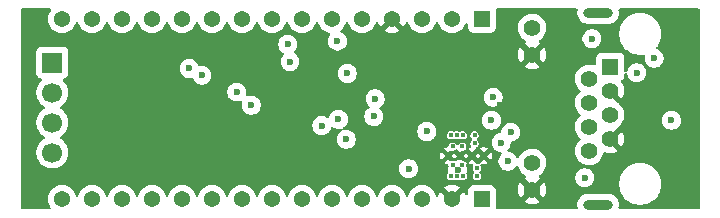
<source format=gbr>
%TF.GenerationSoftware,KiCad,Pcbnew,9.0.1*%
%TF.CreationDate,2025-04-24T23:24:54-04:00*%
%TF.ProjectId,can-nano-shield-rj45,63616e2d-6e61-46e6-9f2d-736869656c64,rev?*%
%TF.SameCoordinates,Original*%
%TF.FileFunction,Copper,L3,Inr*%
%TF.FilePolarity,Positive*%
%FSLAX46Y46*%
G04 Gerber Fmt 4.6, Leading zero omitted, Abs format (unit mm)*
G04 Created by KiCad (PCBNEW 9.0.1) date 2025-04-24 23:24:54*
%MOMM*%
%LPD*%
G01*
G04 APERTURE LIST*
%TA.AperFunction,ComponentPad*%
%ADD10R,1.400000X1.400000*%
%TD*%
%TA.AperFunction,ComponentPad*%
%ADD11C,1.400000*%
%TD*%
%TA.AperFunction,ComponentPad*%
%ADD12O,2.500000X0.800000*%
%TD*%
%TA.AperFunction,ComponentPad*%
%ADD13R,1.370000X1.370000*%
%TD*%
%TA.AperFunction,ComponentPad*%
%ADD14C,1.370000*%
%TD*%
%TA.AperFunction,ComponentPad*%
%ADD15C,0.400000*%
%TD*%
%TA.AperFunction,ComponentPad*%
%ADD16R,1.700000X1.700000*%
%TD*%
%TA.AperFunction,ComponentPad*%
%ADD17C,1.700000*%
%TD*%
%TA.AperFunction,ViaPad*%
%ADD18C,0.600000*%
%TD*%
G04 APERTURE END LIST*
D10*
%TO.N,/CAN_H*%
%TO.C,J4*%
X162260000Y-88730000D03*
D11*
%TO.N,/CAN_L*%
X160480000Y-89750000D03*
%TO.N,GND*%
X162260000Y-90770000D03*
%TO.N,/CAN_SYNC*%
X160480000Y-91790000D03*
%TO.N,/CAN_ESTOP*%
X162260000Y-92810000D03*
%TO.N,/CAN_SHLD*%
X160480000Y-93830000D03*
%TO.N,GND*%
X162260000Y-94850000D03*
%TO.N,/CAN_V+*%
X160480000Y-95870000D03*
%TO.N,GND*%
X155660000Y-99160000D03*
%TO.N,/LED_PWR*%
X155660000Y-96870000D03*
%TO.N,GND*%
X155660000Y-87730000D03*
%TO.N,/LED_TX*%
X155660000Y-85440000D03*
D12*
%TO.N,N/C*%
X161240000Y-84200000D03*
X161240000Y-100400000D03*
%TD*%
D13*
%TO.N,unconnected-(J2-Pad01)*%
%TO.C,J2*%
X151400000Y-99930000D03*
D14*
%TO.N,GND*%
X148860000Y-99930000D03*
%TO.N,/RST2*%
X146320000Y-99930000D03*
%TO.N,+5V*%
X143780000Y-99930000D03*
%TO.N,/A7*%
X141240000Y-99930000D03*
%TO.N,/A6*%
X138700000Y-99930000D03*
%TO.N,/A5*%
X136160000Y-99930000D03*
%TO.N,/A4*%
X133620000Y-99930000D03*
%TO.N,/A3*%
X131080000Y-99930000D03*
%TO.N,/A2*%
X128540000Y-99930000D03*
%TO.N,/A1*%
X126000000Y-99930000D03*
%TO.N,/A0*%
X123460000Y-99930000D03*
%TO.N,/AREF*%
X120920000Y-99930000D03*
%TO.N,+3V3*%
X118380000Y-99930000D03*
%TO.N,/SCK*%
X115840000Y-99930000D03*
%TD*%
D13*
%TO.N,/D1*%
%TO.C,J1*%
X151405000Y-84700000D03*
D14*
%TO.N,/D0*%
X148865000Y-84700000D03*
%TO.N,/RST1*%
X146325000Y-84700000D03*
%TO.N,GND*%
X143785000Y-84700000D03*
%TO.N,/CAN_INT_DEFAULT*%
X141245000Y-84700000D03*
%TO.N,/SYNC*%
X138705000Y-84700000D03*
%TO.N,/CAN_CS_DEFAULT*%
X136165000Y-84700000D03*
%TO.N,/ESTOP*%
X133625000Y-84700000D03*
%TO.N,/D6*%
X131085000Y-84700000D03*
%TO.N,/D7*%
X128545000Y-84700000D03*
%TO.N,/D8*%
X126005000Y-84700000D03*
%TO.N,/D9*%
X123465000Y-84700000D03*
%TO.N,/D10*%
X120925000Y-84700000D03*
%TO.N,/MOSI*%
X118385000Y-84700000D03*
%TO.N,/MISO*%
X115845000Y-84700000D03*
%TD*%
D15*
%TO.N,/CAN_V+*%
%TO.C,U3*%
X150980000Y-97989000D03*
X150980000Y-97310000D03*
%TO.N,VCC*%
X149780000Y-97990000D03*
X149280000Y-97990000D03*
X148780000Y-97990000D03*
X149740000Y-97040000D03*
X148920000Y-97040000D03*
%TO.N,Net-(U3-SW-Pad5)*%
X149780000Y-94530000D03*
X149280000Y-94530000D03*
X148780000Y-94530000D03*
X149740000Y-95480000D03*
X148920000Y-95480000D03*
X150780000Y-95209000D03*
X150780000Y-94530000D03*
%TO.N,GND*%
X151560000Y-96260000D03*
X150560000Y-96260000D03*
X149560000Y-96260000D03*
X148560000Y-96260000D03*
%TD*%
D16*
%TO.N,/~{CAN_INT}*%
%TO.C,J3*%
X115025000Y-88375000D03*
D17*
%TO.N,/CAN_CS*%
X115025000Y-90915000D03*
%TO.N,/CAN_RESET*%
X115025000Y-93455000D03*
%TO.N,/SILENT*%
X115025000Y-95995000D03*
%TD*%
D18*
%TO.N,/SYNC*%
X139171000Y-86560000D03*
%TO.N,GND*%
X131375000Y-95100000D03*
X135725000Y-95175000D03*
X143919347Y-87045000D03*
X152931303Y-91943052D03*
X148420000Y-89278700D03*
X119590000Y-92430000D03*
X150825000Y-90478700D03*
X162290000Y-86230000D03*
X156392831Y-95392831D03*
X134125000Y-93575000D03*
X116780000Y-91820000D03*
X164370000Y-92030000D03*
%TO.N,/CAN_H*%
X152210000Y-93260000D03*
%TO.N,/CAN_L*%
X152350000Y-91330000D03*
%TO.N,/SILENT*%
X139925000Y-94875000D03*
%TO.N,/CAN_CS*%
X130650000Y-90875000D03*
%TO.N,/~{CAN_INT}*%
X140000000Y-89300000D03*
X126610000Y-88875000D03*
X135150000Y-88300000D03*
%TO.N,/CAN_RESET*%
X131862500Y-91987500D03*
%TO.N,/SCK*%
X127700000Y-89450000D03*
%TO.N,/CAN_TX*%
X137837500Y-93712500D03*
X164501000Y-89230000D03*
%TO.N,/CAN_H_IN*%
X142245000Y-92945000D03*
%TO.N,/CAN_L_IN*%
X142362500Y-91437500D03*
%TO.N,Net-(Q1-S)*%
X160710000Y-86360000D03*
X165980000Y-88020000D03*
%TO.N,VCC*%
X167448870Y-93277355D03*
X134950000Y-86850000D03*
X160100000Y-98125000D03*
X139250000Y-93175000D03*
X145190000Y-97365000D03*
X149335000Y-97460000D03*
%TO.N,Net-(U3-FB)*%
X153037500Y-95152500D03*
X146730000Y-94215000D03*
%TO.N,Net-(U3-RT)*%
X153850000Y-94262500D03*
X153600000Y-96740000D03*
%TD*%
%TA.AperFunction,Conductor*%
%TO.N,GND*%
G36*
X114856841Y-83820185D02*
G01*
X114902596Y-83872989D01*
X114912540Y-83942147D01*
X114890120Y-83997386D01*
X114831069Y-84078661D01*
X114746354Y-84244925D01*
X114746352Y-84244928D01*
X114688691Y-84422390D01*
X114688691Y-84422393D01*
X114659500Y-84606699D01*
X114659500Y-84793300D01*
X114688691Y-84977606D01*
X114688691Y-84977609D01*
X114746352Y-85155071D01*
X114746354Y-85155074D01*
X114831069Y-85321338D01*
X114940751Y-85472302D01*
X115072698Y-85604249D01*
X115223662Y-85713931D01*
X115389926Y-85798646D01*
X115389928Y-85798647D01*
X115567391Y-85856308D01*
X115567392Y-85856308D01*
X115567395Y-85856309D01*
X115751699Y-85885500D01*
X115751700Y-85885500D01*
X115938300Y-85885500D01*
X115938301Y-85885500D01*
X116122605Y-85856309D01*
X116122608Y-85856308D01*
X116122609Y-85856308D01*
X116300071Y-85798647D01*
X116300071Y-85798646D01*
X116300074Y-85798646D01*
X116466338Y-85713931D01*
X116617302Y-85604249D01*
X116749249Y-85472302D01*
X116858931Y-85321338D01*
X116943646Y-85155074D01*
X116961378Y-85100500D01*
X116997069Y-84990656D01*
X117036506Y-84932980D01*
X117100865Y-84905782D01*
X117169711Y-84917697D01*
X117221187Y-84964941D01*
X117232931Y-84990656D01*
X117286352Y-85155071D01*
X117286354Y-85155074D01*
X117371069Y-85321338D01*
X117480751Y-85472302D01*
X117612698Y-85604249D01*
X117763662Y-85713931D01*
X117929926Y-85798646D01*
X117929928Y-85798647D01*
X118107391Y-85856308D01*
X118107392Y-85856308D01*
X118107395Y-85856309D01*
X118291699Y-85885500D01*
X118291700Y-85885500D01*
X118478300Y-85885500D01*
X118478301Y-85885500D01*
X118662605Y-85856309D01*
X118662608Y-85856308D01*
X118662609Y-85856308D01*
X118840071Y-85798647D01*
X118840071Y-85798646D01*
X118840074Y-85798646D01*
X119006338Y-85713931D01*
X119157302Y-85604249D01*
X119289249Y-85472302D01*
X119398931Y-85321338D01*
X119483646Y-85155074D01*
X119501378Y-85100500D01*
X119537069Y-84990656D01*
X119576506Y-84932980D01*
X119640865Y-84905782D01*
X119709711Y-84917697D01*
X119761187Y-84964941D01*
X119772931Y-84990656D01*
X119826352Y-85155071D01*
X119826354Y-85155074D01*
X119911069Y-85321338D01*
X120020751Y-85472302D01*
X120152698Y-85604249D01*
X120303662Y-85713931D01*
X120469926Y-85798646D01*
X120469928Y-85798647D01*
X120647391Y-85856308D01*
X120647392Y-85856308D01*
X120647395Y-85856309D01*
X120831699Y-85885500D01*
X120831700Y-85885500D01*
X121018300Y-85885500D01*
X121018301Y-85885500D01*
X121202605Y-85856309D01*
X121202608Y-85856308D01*
X121202609Y-85856308D01*
X121380071Y-85798647D01*
X121380071Y-85798646D01*
X121380074Y-85798646D01*
X121546338Y-85713931D01*
X121697302Y-85604249D01*
X121829249Y-85472302D01*
X121938931Y-85321338D01*
X122023646Y-85155074D01*
X122041378Y-85100500D01*
X122077069Y-84990656D01*
X122116506Y-84932980D01*
X122180865Y-84905782D01*
X122249711Y-84917697D01*
X122301187Y-84964941D01*
X122312931Y-84990656D01*
X122366352Y-85155071D01*
X122366354Y-85155074D01*
X122451069Y-85321338D01*
X122560751Y-85472302D01*
X122692698Y-85604249D01*
X122843662Y-85713931D01*
X123009926Y-85798646D01*
X123009928Y-85798647D01*
X123187391Y-85856308D01*
X123187392Y-85856308D01*
X123187395Y-85856309D01*
X123371699Y-85885500D01*
X123371700Y-85885500D01*
X123558300Y-85885500D01*
X123558301Y-85885500D01*
X123742605Y-85856309D01*
X123742608Y-85856308D01*
X123742609Y-85856308D01*
X123920071Y-85798647D01*
X123920071Y-85798646D01*
X123920074Y-85798646D01*
X124086338Y-85713931D01*
X124237302Y-85604249D01*
X124369249Y-85472302D01*
X124478931Y-85321338D01*
X124563646Y-85155074D01*
X124581378Y-85100500D01*
X124617069Y-84990656D01*
X124656506Y-84932980D01*
X124720865Y-84905782D01*
X124789711Y-84917697D01*
X124841187Y-84964941D01*
X124852931Y-84990656D01*
X124906352Y-85155071D01*
X124906354Y-85155074D01*
X124991069Y-85321338D01*
X125100751Y-85472302D01*
X125232698Y-85604249D01*
X125383662Y-85713931D01*
X125549926Y-85798646D01*
X125549928Y-85798647D01*
X125727391Y-85856308D01*
X125727392Y-85856308D01*
X125727395Y-85856309D01*
X125911699Y-85885500D01*
X125911700Y-85885500D01*
X126098300Y-85885500D01*
X126098301Y-85885500D01*
X126282605Y-85856309D01*
X126282608Y-85856308D01*
X126282609Y-85856308D01*
X126460071Y-85798647D01*
X126460071Y-85798646D01*
X126460074Y-85798646D01*
X126626338Y-85713931D01*
X126777302Y-85604249D01*
X126909249Y-85472302D01*
X127018931Y-85321338D01*
X127103646Y-85155074D01*
X127121378Y-85100500D01*
X127157069Y-84990656D01*
X127196506Y-84932980D01*
X127260865Y-84905782D01*
X127329711Y-84917697D01*
X127381187Y-84964941D01*
X127392931Y-84990656D01*
X127446352Y-85155071D01*
X127446354Y-85155074D01*
X127531069Y-85321338D01*
X127640751Y-85472302D01*
X127772698Y-85604249D01*
X127923662Y-85713931D01*
X128089926Y-85798646D01*
X128089928Y-85798647D01*
X128267391Y-85856308D01*
X128267392Y-85856308D01*
X128267395Y-85856309D01*
X128451699Y-85885500D01*
X128451700Y-85885500D01*
X128638300Y-85885500D01*
X128638301Y-85885500D01*
X128822605Y-85856309D01*
X128822608Y-85856308D01*
X128822609Y-85856308D01*
X129000071Y-85798647D01*
X129000071Y-85798646D01*
X129000074Y-85798646D01*
X129166338Y-85713931D01*
X129317302Y-85604249D01*
X129449249Y-85472302D01*
X129558931Y-85321338D01*
X129643646Y-85155074D01*
X129661378Y-85100500D01*
X129697069Y-84990656D01*
X129736506Y-84932980D01*
X129800865Y-84905782D01*
X129869711Y-84917697D01*
X129921187Y-84964941D01*
X129932931Y-84990656D01*
X129986352Y-85155071D01*
X129986354Y-85155074D01*
X130071069Y-85321338D01*
X130180751Y-85472302D01*
X130312698Y-85604249D01*
X130463662Y-85713931D01*
X130629926Y-85798646D01*
X130629928Y-85798647D01*
X130807391Y-85856308D01*
X130807392Y-85856308D01*
X130807395Y-85856309D01*
X130991699Y-85885500D01*
X130991700Y-85885500D01*
X131178300Y-85885500D01*
X131178301Y-85885500D01*
X131362605Y-85856309D01*
X131362608Y-85856308D01*
X131362609Y-85856308D01*
X131540071Y-85798647D01*
X131540071Y-85798646D01*
X131540074Y-85798646D01*
X131706338Y-85713931D01*
X131857302Y-85604249D01*
X131989249Y-85472302D01*
X132098931Y-85321338D01*
X132183646Y-85155074D01*
X132201378Y-85100500D01*
X132237069Y-84990656D01*
X132276506Y-84932980D01*
X132340865Y-84905782D01*
X132409711Y-84917697D01*
X132461187Y-84964941D01*
X132472931Y-84990656D01*
X132526352Y-85155071D01*
X132526354Y-85155074D01*
X132611069Y-85321338D01*
X132720751Y-85472302D01*
X132852698Y-85604249D01*
X133003662Y-85713931D01*
X133169926Y-85798646D01*
X133169928Y-85798647D01*
X133347391Y-85856308D01*
X133347392Y-85856308D01*
X133347395Y-85856309D01*
X133531699Y-85885500D01*
X133531700Y-85885500D01*
X133718300Y-85885500D01*
X133718301Y-85885500D01*
X133902605Y-85856309D01*
X133902608Y-85856308D01*
X133902609Y-85856308D01*
X134080071Y-85798647D01*
X134080071Y-85798646D01*
X134080074Y-85798646D01*
X134246338Y-85713931D01*
X134397302Y-85604249D01*
X134529249Y-85472302D01*
X134638931Y-85321338D01*
X134723646Y-85155074D01*
X134741378Y-85100500D01*
X134777069Y-84990656D01*
X134816506Y-84932980D01*
X134880865Y-84905782D01*
X134949711Y-84917697D01*
X135001187Y-84964941D01*
X135012931Y-84990656D01*
X135066352Y-85155071D01*
X135066354Y-85155074D01*
X135151069Y-85321338D01*
X135260751Y-85472302D01*
X135392698Y-85604249D01*
X135543662Y-85713931D01*
X135709926Y-85798646D01*
X135709928Y-85798647D01*
X135887391Y-85856308D01*
X135887392Y-85856308D01*
X135887395Y-85856309D01*
X136071699Y-85885500D01*
X136071700Y-85885500D01*
X136258300Y-85885500D01*
X136258301Y-85885500D01*
X136442605Y-85856309D01*
X136442608Y-85856308D01*
X136442609Y-85856308D01*
X136620071Y-85798647D01*
X136620071Y-85798646D01*
X136620074Y-85798646D01*
X136786338Y-85713931D01*
X136937302Y-85604249D01*
X137069249Y-85472302D01*
X137178931Y-85321338D01*
X137263646Y-85155074D01*
X137281378Y-85100500D01*
X137317069Y-84990656D01*
X137356506Y-84932980D01*
X137420865Y-84905782D01*
X137489711Y-84917697D01*
X137541187Y-84964941D01*
X137552931Y-84990656D01*
X137606352Y-85155071D01*
X137606354Y-85155074D01*
X137691069Y-85321338D01*
X137800751Y-85472302D01*
X137932698Y-85604249D01*
X138083662Y-85713931D01*
X138249926Y-85798646D01*
X138249928Y-85798647D01*
X138427387Y-85856307D01*
X138427390Y-85856307D01*
X138427395Y-85856309D01*
X138463091Y-85861962D01*
X138526223Y-85891890D01*
X138563155Y-85951201D01*
X138562159Y-86021063D01*
X138546795Y-86053325D01*
X138461608Y-86180816D01*
X138461602Y-86180827D01*
X138401264Y-86326498D01*
X138401261Y-86326510D01*
X138370500Y-86481153D01*
X138370500Y-86638846D01*
X138401261Y-86793489D01*
X138401264Y-86793501D01*
X138461602Y-86939172D01*
X138461609Y-86939185D01*
X138549210Y-87070288D01*
X138549213Y-87070292D01*
X138660707Y-87181786D01*
X138660711Y-87181789D01*
X138791814Y-87269390D01*
X138791827Y-87269397D01*
X138937498Y-87329735D01*
X138937503Y-87329737D01*
X139091092Y-87360288D01*
X139092153Y-87360499D01*
X139092156Y-87360500D01*
X139092158Y-87360500D01*
X139249844Y-87360500D01*
X139249845Y-87360499D01*
X139404497Y-87329737D01*
X139550179Y-87269394D01*
X139681289Y-87181789D01*
X139792789Y-87070289D01*
X139880394Y-86939179D01*
X139940737Y-86793497D01*
X139971500Y-86638842D01*
X139971500Y-86481158D01*
X139971500Y-86481155D01*
X139971499Y-86481153D01*
X139968636Y-86466760D01*
X139940737Y-86326503D01*
X139921955Y-86281158D01*
X139880397Y-86180827D01*
X139880390Y-86180814D01*
X139792789Y-86049711D01*
X139792786Y-86049707D01*
X139681292Y-85938213D01*
X139681288Y-85938210D01*
X139550185Y-85850609D01*
X139550175Y-85850604D01*
X139492367Y-85826659D01*
X139437964Y-85782818D01*
X139415899Y-85716523D01*
X139433178Y-85648824D01*
X139466936Y-85611780D01*
X139477302Y-85604249D01*
X139609249Y-85472302D01*
X139718931Y-85321338D01*
X139803646Y-85155074D01*
X139821378Y-85100500D01*
X139857069Y-84990656D01*
X139896506Y-84932980D01*
X139960865Y-84905782D01*
X140029711Y-84917697D01*
X140081187Y-84964941D01*
X140092931Y-84990656D01*
X140146352Y-85155071D01*
X140146354Y-85155074D01*
X140231069Y-85321338D01*
X140340751Y-85472302D01*
X140472698Y-85604249D01*
X140623662Y-85713931D01*
X140789926Y-85798646D01*
X140789928Y-85798647D01*
X140967391Y-85856308D01*
X140967392Y-85856308D01*
X140967395Y-85856309D01*
X141151699Y-85885500D01*
X141151700Y-85885500D01*
X141338300Y-85885500D01*
X141338301Y-85885500D01*
X141522605Y-85856309D01*
X141522608Y-85856308D01*
X141522609Y-85856308D01*
X141700071Y-85798647D01*
X141700071Y-85798646D01*
X141700074Y-85798646D01*
X141866338Y-85713931D01*
X142017302Y-85604249D01*
X142149249Y-85472302D01*
X142258931Y-85321338D01*
X142343646Y-85155074D01*
X142397332Y-84989845D01*
X142436769Y-84932170D01*
X142501128Y-84904971D01*
X142569974Y-84916885D01*
X142621450Y-84964129D01*
X142633194Y-84989845D01*
X142686819Y-85154884D01*
X142771498Y-85321077D01*
X142787855Y-85343590D01*
X143293871Y-84837574D01*
X143309755Y-84896853D01*
X143376898Y-85013147D01*
X143471853Y-85108102D01*
X143588147Y-85175245D01*
X143647424Y-85191128D01*
X143141408Y-85697143D01*
X143141408Y-85697144D01*
X143163918Y-85713499D01*
X143330115Y-85798180D01*
X143507515Y-85855821D01*
X143691739Y-85885000D01*
X143878261Y-85885000D01*
X144062484Y-85855821D01*
X144239884Y-85798180D01*
X144406075Y-85713502D01*
X144428590Y-85697143D01*
X144428591Y-85697143D01*
X143922575Y-85191127D01*
X143981853Y-85175245D01*
X144098147Y-85108102D01*
X144193102Y-85013147D01*
X144260245Y-84896853D01*
X144276128Y-84837575D01*
X144782143Y-85343591D01*
X144782143Y-85343590D01*
X144798502Y-85321075D01*
X144883180Y-85154884D01*
X144936805Y-84989845D01*
X144976242Y-84932170D01*
X145040601Y-84904971D01*
X145109447Y-84916885D01*
X145160923Y-84964129D01*
X145172667Y-84989845D01*
X145226352Y-85155071D01*
X145226354Y-85155074D01*
X145311069Y-85321338D01*
X145420751Y-85472302D01*
X145552698Y-85604249D01*
X145703662Y-85713931D01*
X145869926Y-85798646D01*
X145869928Y-85798647D01*
X146047391Y-85856308D01*
X146047392Y-85856308D01*
X146047395Y-85856309D01*
X146231699Y-85885500D01*
X146231700Y-85885500D01*
X146418300Y-85885500D01*
X146418301Y-85885500D01*
X146602605Y-85856309D01*
X146602608Y-85856308D01*
X146602609Y-85856308D01*
X146780071Y-85798647D01*
X146780071Y-85798646D01*
X146780074Y-85798646D01*
X146946338Y-85713931D01*
X147097302Y-85604249D01*
X147229249Y-85472302D01*
X147338931Y-85321338D01*
X147423646Y-85155074D01*
X147441378Y-85100500D01*
X147477069Y-84990656D01*
X147516506Y-84932980D01*
X147580865Y-84905782D01*
X147649711Y-84917697D01*
X147701187Y-84964941D01*
X147712931Y-84990656D01*
X147766352Y-85155071D01*
X147766354Y-85155074D01*
X147851069Y-85321338D01*
X147960751Y-85472302D01*
X148092698Y-85604249D01*
X148243662Y-85713931D01*
X148409926Y-85798646D01*
X148409928Y-85798647D01*
X148587391Y-85856308D01*
X148587392Y-85856308D01*
X148587395Y-85856309D01*
X148771699Y-85885500D01*
X148771700Y-85885500D01*
X148958300Y-85885500D01*
X148958301Y-85885500D01*
X149142605Y-85856309D01*
X149142608Y-85856308D01*
X149142609Y-85856308D01*
X149320071Y-85798647D01*
X149320071Y-85798646D01*
X149320074Y-85798646D01*
X149486338Y-85713931D01*
X149637302Y-85604249D01*
X149769249Y-85472302D01*
X149878931Y-85321338D01*
X149963646Y-85155074D01*
X149977569Y-85112221D01*
X150017005Y-85054548D01*
X150081363Y-85027348D01*
X150150210Y-85039262D01*
X150201686Y-85086505D01*
X150219500Y-85150540D01*
X150219500Y-85432869D01*
X150219501Y-85432876D01*
X150225908Y-85492483D01*
X150276202Y-85627328D01*
X150276206Y-85627335D01*
X150362452Y-85742544D01*
X150362455Y-85742547D01*
X150477664Y-85828793D01*
X150477671Y-85828797D01*
X150612517Y-85879091D01*
X150612516Y-85879091D01*
X150619444Y-85879835D01*
X150672127Y-85885500D01*
X152137872Y-85885499D01*
X152197483Y-85879091D01*
X152332331Y-85828796D01*
X152447546Y-85742546D01*
X152533796Y-85627331D01*
X152584091Y-85492483D01*
X152590500Y-85432873D01*
X152590500Y-85345513D01*
X154459500Y-85345513D01*
X154459500Y-85534486D01*
X154489059Y-85721118D01*
X154547454Y-85900836D01*
X154623203Y-86049500D01*
X154633240Y-86069199D01*
X154744310Y-86222073D01*
X154877927Y-86355690D01*
X155030801Y-86466760D01*
X155046567Y-86474793D01*
X155046569Y-86474794D01*
X155097366Y-86522767D01*
X155114163Y-86590588D01*
X155091627Y-86656723D01*
X155046578Y-86695762D01*
X155031061Y-86703669D01*
X155005670Y-86722116D01*
X155005669Y-86722116D01*
X155571415Y-87287861D01*
X155486306Y-87310667D01*
X155383694Y-87369910D01*
X155299910Y-87453694D01*
X155240667Y-87556306D01*
X155217861Y-87641414D01*
X154652116Y-87075669D01*
X154652116Y-87075670D01*
X154633669Y-87101060D01*
X154547914Y-87269362D01*
X154489548Y-87448997D01*
X154460000Y-87635552D01*
X154460000Y-87824447D01*
X154489548Y-88011002D01*
X154547914Y-88190637D01*
X154633666Y-88358933D01*
X154652116Y-88384328D01*
X155217861Y-87818584D01*
X155240667Y-87903694D01*
X155299910Y-88006306D01*
X155383694Y-88090090D01*
X155486306Y-88149333D01*
X155571415Y-88172138D01*
X155005669Y-88737882D01*
X155005670Y-88737883D01*
X155031059Y-88756329D01*
X155199362Y-88842085D01*
X155378997Y-88900451D01*
X155565553Y-88930000D01*
X155754447Y-88930000D01*
X155941002Y-88900451D01*
X156120637Y-88842085D01*
X156288937Y-88756331D01*
X156314328Y-88737883D01*
X156314328Y-88737882D01*
X155748584Y-88172138D01*
X155833694Y-88149333D01*
X155936306Y-88090090D01*
X156020090Y-88006306D01*
X156079333Y-87903694D01*
X156102138Y-87818584D01*
X156667882Y-88384328D01*
X156667883Y-88384328D01*
X156686331Y-88358937D01*
X156772085Y-88190637D01*
X156830451Y-88011002D01*
X156860000Y-87824447D01*
X156860000Y-87635552D01*
X156830451Y-87448997D01*
X156772085Y-87269362D01*
X156686329Y-87101059D01*
X156667883Y-87075670D01*
X156667882Y-87075669D01*
X156102137Y-87641414D01*
X156079333Y-87556306D01*
X156020090Y-87453694D01*
X155936306Y-87369910D01*
X155833694Y-87310667D01*
X155748584Y-87287861D01*
X156314328Y-86722116D01*
X156288932Y-86703665D01*
X156273425Y-86695764D01*
X156222630Y-86647789D01*
X156205836Y-86579967D01*
X156228375Y-86513833D01*
X156273430Y-86474794D01*
X156289199Y-86466760D01*
X156442073Y-86355690D01*
X156516610Y-86281153D01*
X159909500Y-86281153D01*
X159909500Y-86438846D01*
X159940261Y-86593489D01*
X159940264Y-86593501D01*
X160000602Y-86739172D01*
X160000609Y-86739185D01*
X160088210Y-86870288D01*
X160088213Y-86870292D01*
X160199707Y-86981786D01*
X160199711Y-86981789D01*
X160330814Y-87069390D01*
X160330827Y-87069397D01*
X160460670Y-87123179D01*
X160476503Y-87129737D01*
X160631153Y-87160499D01*
X160631156Y-87160500D01*
X160631158Y-87160500D01*
X160788844Y-87160500D01*
X160788845Y-87160499D01*
X160943497Y-87129737D01*
X161089179Y-87069394D01*
X161220289Y-86981789D01*
X161331789Y-86870289D01*
X161419394Y-86739179D01*
X161479737Y-86593497D01*
X161510500Y-86438842D01*
X161510500Y-86281158D01*
X161510500Y-86281155D01*
X161510499Y-86281153D01*
X161479737Y-86126503D01*
X161479735Y-86126498D01*
X161419397Y-85980827D01*
X161419390Y-85980814D01*
X161364364Y-85898462D01*
X161364363Y-85898461D01*
X161339974Y-85861961D01*
X161331789Y-85849711D01*
X161331788Y-85849710D01*
X161331786Y-85849707D01*
X161315713Y-85833634D01*
X163024500Y-85833634D01*
X163024500Y-86066365D01*
X163024501Y-86066382D01*
X163052776Y-86281158D01*
X163054879Y-86297126D01*
X163104190Y-86481158D01*
X163115120Y-86521947D01*
X163204180Y-86736960D01*
X163204188Y-86736976D01*
X163320553Y-86938524D01*
X163320564Y-86938540D01*
X163462242Y-87123179D01*
X163462248Y-87123186D01*
X163626813Y-87287751D01*
X163626820Y-87287757D01*
X163656677Y-87310667D01*
X163811468Y-87429442D01*
X163811475Y-87429446D01*
X164013023Y-87545811D01*
X164013039Y-87545819D01*
X164228052Y-87634879D01*
X164228054Y-87634879D01*
X164228060Y-87634882D01*
X164452874Y-87695121D01*
X164683628Y-87725500D01*
X164683635Y-87725500D01*
X164916365Y-87725500D01*
X164916372Y-87725500D01*
X165059065Y-87706714D01*
X165128100Y-87717479D01*
X165180356Y-87763859D01*
X165199241Y-87831128D01*
X165196867Y-87853844D01*
X165179500Y-87941153D01*
X165179500Y-88098846D01*
X165210261Y-88253489D01*
X165210264Y-88253501D01*
X165270602Y-88399172D01*
X165270609Y-88399185D01*
X165358210Y-88530288D01*
X165358213Y-88530292D01*
X165469707Y-88641786D01*
X165469711Y-88641789D01*
X165600814Y-88729390D01*
X165600827Y-88729397D01*
X165746440Y-88789711D01*
X165746503Y-88789737D01*
X165901153Y-88820499D01*
X165901156Y-88820500D01*
X165901158Y-88820500D01*
X166058844Y-88820500D01*
X166058845Y-88820499D01*
X166213497Y-88789737D01*
X166359179Y-88729394D01*
X166490289Y-88641789D01*
X166601789Y-88530289D01*
X166689394Y-88399179D01*
X166749737Y-88253497D01*
X166780500Y-88098842D01*
X166780500Y-87941158D01*
X166780500Y-87941155D01*
X166780499Y-87941153D01*
X166763132Y-87853844D01*
X166749737Y-87786503D01*
X166726333Y-87730000D01*
X166689397Y-87640827D01*
X166689390Y-87640814D01*
X166601789Y-87509711D01*
X166601786Y-87509707D01*
X166490292Y-87398213D01*
X166490288Y-87398210D01*
X166359185Y-87310609D01*
X166359176Y-87310604D01*
X166231327Y-87257648D01*
X166176924Y-87213807D01*
X166154859Y-87147513D01*
X166172138Y-87079814D01*
X166180404Y-87067601D01*
X166182040Y-87065468D01*
X166279442Y-86938532D01*
X166395815Y-86736969D01*
X166412883Y-86695764D01*
X166484879Y-86521947D01*
X166484878Y-86521947D01*
X166484882Y-86521940D01*
X166545121Y-86297126D01*
X166575500Y-86066372D01*
X166575500Y-85833628D01*
X166545121Y-85602874D01*
X166484882Y-85378060D01*
X166484879Y-85378052D01*
X166395819Y-85163039D01*
X166395811Y-85163023D01*
X166279446Y-84961475D01*
X166279442Y-84961468D01*
X166150403Y-84793301D01*
X166137757Y-84776820D01*
X166137751Y-84776813D01*
X165973186Y-84612248D01*
X165973179Y-84612242D01*
X165788540Y-84470564D01*
X165788538Y-84470562D01*
X165788532Y-84470558D01*
X165788527Y-84470555D01*
X165788524Y-84470553D01*
X165586976Y-84354188D01*
X165586960Y-84354180D01*
X165371947Y-84265120D01*
X165297280Y-84245113D01*
X165147126Y-84204879D01*
X165147125Y-84204878D01*
X165147122Y-84204878D01*
X164916382Y-84174501D01*
X164916377Y-84174500D01*
X164916372Y-84174500D01*
X164683628Y-84174500D01*
X164683622Y-84174500D01*
X164683617Y-84174501D01*
X164452877Y-84204878D01*
X164228052Y-84265120D01*
X164013039Y-84354180D01*
X164013023Y-84354188D01*
X163811475Y-84470553D01*
X163811459Y-84470564D01*
X163626820Y-84612242D01*
X163626813Y-84612248D01*
X163462248Y-84776813D01*
X163462242Y-84776820D01*
X163320564Y-84961459D01*
X163320553Y-84961475D01*
X163204188Y-85163023D01*
X163204180Y-85163039D01*
X163115120Y-85378052D01*
X163054878Y-85602877D01*
X163024501Y-85833617D01*
X163024500Y-85833634D01*
X161315713Y-85833634D01*
X161220292Y-85738213D01*
X161220288Y-85738210D01*
X161089185Y-85650609D01*
X161089172Y-85650602D01*
X160943501Y-85590264D01*
X160943489Y-85590261D01*
X160788845Y-85559500D01*
X160788842Y-85559500D01*
X160631158Y-85559500D01*
X160631155Y-85559500D01*
X160476510Y-85590261D01*
X160476498Y-85590264D01*
X160330827Y-85650602D01*
X160330814Y-85650609D01*
X160199711Y-85738210D01*
X160199707Y-85738213D01*
X160088213Y-85849707D01*
X160088210Y-85849711D01*
X160000609Y-85980814D01*
X160000602Y-85980827D01*
X159940264Y-86126498D01*
X159940261Y-86126510D01*
X159909500Y-86281153D01*
X156516610Y-86281153D01*
X156575690Y-86222073D01*
X156686760Y-86069199D01*
X156772547Y-85900832D01*
X156830940Y-85721118D01*
X156834737Y-85697143D01*
X156860500Y-85534486D01*
X156860500Y-85345513D01*
X156830940Y-85158881D01*
X156788202Y-85027348D01*
X156772547Y-84979168D01*
X156772545Y-84979165D01*
X156772545Y-84979163D01*
X156686759Y-84810800D01*
X156674045Y-84793301D01*
X156575690Y-84657927D01*
X156442073Y-84524310D01*
X156289199Y-84413240D01*
X156281551Y-84409343D01*
X156120836Y-84327454D01*
X155941118Y-84269059D01*
X155754486Y-84239500D01*
X155754481Y-84239500D01*
X155565519Y-84239500D01*
X155565514Y-84239500D01*
X155378881Y-84269059D01*
X155199163Y-84327454D01*
X155030800Y-84413240D01*
X154962783Y-84462658D01*
X154877927Y-84524310D01*
X154877925Y-84524312D01*
X154877924Y-84524312D01*
X154744312Y-84657924D01*
X154744312Y-84657925D01*
X154744310Y-84657927D01*
X154713743Y-84699999D01*
X154633240Y-84810800D01*
X154547454Y-84979163D01*
X154489059Y-85158881D01*
X154459500Y-85345513D01*
X152590500Y-85345513D01*
X152590499Y-84699999D01*
X152590499Y-83967129D01*
X152590499Y-83967128D01*
X152587341Y-83937753D01*
X152599747Y-83868995D01*
X152647358Y-83817858D01*
X152710631Y-83800500D01*
X159400229Y-83800500D01*
X159467268Y-83820185D01*
X159513023Y-83872989D01*
X159522967Y-83942147D01*
X159521846Y-83948691D01*
X159489500Y-84111304D01*
X159489500Y-84288695D01*
X159524103Y-84462658D01*
X159524106Y-84462667D01*
X159591983Y-84626540D01*
X159591990Y-84626553D01*
X159690535Y-84774034D01*
X159690538Y-84774038D01*
X159815961Y-84899461D01*
X159815965Y-84899464D01*
X159963446Y-84998009D01*
X159963459Y-84998016D01*
X160063038Y-85039262D01*
X160127334Y-85065894D01*
X160127336Y-85065894D01*
X160127341Y-85065896D01*
X160301304Y-85100499D01*
X160301307Y-85100500D01*
X160301309Y-85100500D01*
X162178693Y-85100500D01*
X162178694Y-85100499D01*
X162249048Y-85086505D01*
X162352658Y-85065896D01*
X162352661Y-85065894D01*
X162352666Y-85065894D01*
X162516547Y-84998013D01*
X162664035Y-84899464D01*
X162789464Y-84774035D01*
X162888013Y-84626547D01*
X162894493Y-84610904D01*
X162908362Y-84577419D01*
X162955894Y-84462666D01*
X162961225Y-84435869D01*
X162979663Y-84343171D01*
X162990500Y-84288691D01*
X162990500Y-84111309D01*
X162990500Y-84111306D01*
X162990499Y-84111304D01*
X162958154Y-83948691D01*
X162964381Y-83879100D01*
X163007244Y-83823922D01*
X163073134Y-83800678D01*
X163079771Y-83800500D01*
X169725500Y-83800500D01*
X169792539Y-83820185D01*
X169838294Y-83872989D01*
X169849500Y-83924500D01*
X169849500Y-100675500D01*
X169829815Y-100742539D01*
X169777011Y-100788294D01*
X169725500Y-100799500D01*
X163079771Y-100799500D01*
X163012732Y-100779815D01*
X162966977Y-100727011D01*
X162957033Y-100657853D01*
X162958154Y-100651309D01*
X162990499Y-100488695D01*
X162990500Y-100488693D01*
X162990500Y-100311306D01*
X162990499Y-100311304D01*
X162955896Y-100137341D01*
X162955893Y-100137332D01*
X162888016Y-99973459D01*
X162888009Y-99973446D01*
X162789464Y-99825965D01*
X162789461Y-99825961D01*
X162664038Y-99700538D01*
X162664034Y-99700535D01*
X162516553Y-99601990D01*
X162516540Y-99601983D01*
X162352667Y-99534106D01*
X162352658Y-99534103D01*
X162178694Y-99499500D01*
X162178691Y-99499500D01*
X160301309Y-99499500D01*
X160301306Y-99499500D01*
X160127341Y-99534103D01*
X160127332Y-99534106D01*
X159963459Y-99601983D01*
X159963446Y-99601990D01*
X159815965Y-99700535D01*
X159815961Y-99700538D01*
X159690538Y-99825961D01*
X159690535Y-99825965D01*
X159591990Y-99973446D01*
X159591983Y-99973459D01*
X159524106Y-100137332D01*
X159524103Y-100137341D01*
X159489500Y-100311304D01*
X159489500Y-100488695D01*
X159521846Y-100651309D01*
X159515619Y-100720900D01*
X159472756Y-100776078D01*
X159406866Y-100799322D01*
X159400229Y-100799500D01*
X152708857Y-100799500D01*
X152641818Y-100779815D01*
X152596063Y-100727011D01*
X152586209Y-100666228D01*
X152585564Y-100666194D01*
X152585500Y-100666194D01*
X152585500Y-100666190D01*
X152585322Y-100666181D01*
X152585500Y-100662864D01*
X152585500Y-100120623D01*
X152585499Y-99197129D01*
X152585498Y-99197123D01*
X152585497Y-99197116D01*
X152579091Y-99137517D01*
X152528796Y-99002669D01*
X152528795Y-99002668D01*
X152528793Y-99002664D01*
X152442547Y-98887455D01*
X152442544Y-98887452D01*
X152327335Y-98801206D01*
X152327328Y-98801202D01*
X152192482Y-98750908D01*
X152192483Y-98750908D01*
X152132883Y-98744501D01*
X152132881Y-98744500D01*
X152132873Y-98744500D01*
X152132864Y-98744500D01*
X150667129Y-98744500D01*
X150667123Y-98744501D01*
X150607516Y-98750908D01*
X150472671Y-98801202D01*
X150472664Y-98801206D01*
X150357455Y-98887452D01*
X150357452Y-98887455D01*
X150271206Y-99002664D01*
X150271202Y-99002671D01*
X150220908Y-99137517D01*
X150214501Y-99197116D01*
X150214501Y-99197123D01*
X150214500Y-99197135D01*
X150214500Y-99481080D01*
X150194815Y-99548119D01*
X150142011Y-99593874D01*
X150072853Y-99603818D01*
X150009297Y-99574793D01*
X149972569Y-99519398D01*
X149958180Y-99475115D01*
X149873499Y-99308918D01*
X149857144Y-99286408D01*
X149857143Y-99286408D01*
X149351127Y-99792423D01*
X149335245Y-99733147D01*
X149268102Y-99616853D01*
X149173147Y-99521898D01*
X149056853Y-99454755D01*
X148997574Y-99438871D01*
X149503590Y-98932855D01*
X149503590Y-98932854D01*
X149481077Y-98916498D01*
X149314884Y-98831819D01*
X149137484Y-98774178D01*
X148953261Y-98745000D01*
X148766739Y-98745000D01*
X148582515Y-98774178D01*
X148405115Y-98831819D01*
X148238927Y-98916495D01*
X148238923Y-98916498D01*
X148216408Y-98932854D01*
X148216408Y-98932856D01*
X148722425Y-99438871D01*
X148663147Y-99454755D01*
X148546853Y-99521898D01*
X148451898Y-99616853D01*
X148384755Y-99733147D01*
X148368871Y-99792424D01*
X147862855Y-99286408D01*
X147862854Y-99286408D01*
X147846498Y-99308923D01*
X147846495Y-99308927D01*
X147761819Y-99475113D01*
X147708194Y-99640155D01*
X147668756Y-99697830D01*
X147604397Y-99725028D01*
X147535551Y-99713113D01*
X147484075Y-99665869D01*
X147472332Y-99640154D01*
X147418647Y-99474928D01*
X147418645Y-99474925D01*
X147399310Y-99436976D01*
X147333931Y-99308662D01*
X147224249Y-99157698D01*
X147092302Y-99025751D01*
X146941338Y-98916069D01*
X146775074Y-98831354D01*
X146775071Y-98831352D01*
X146597608Y-98773691D01*
X146453759Y-98750908D01*
X146413301Y-98744500D01*
X146226699Y-98744500D01*
X146165264Y-98754230D01*
X146042393Y-98773691D01*
X146042390Y-98773691D01*
X145864928Y-98831352D01*
X145864925Y-98831354D01*
X145698661Y-98916069D01*
X145612531Y-98978646D01*
X145547698Y-99025751D01*
X145547696Y-99025753D01*
X145547695Y-99025753D01*
X145415753Y-99157695D01*
X145415753Y-99157696D01*
X145415751Y-99157698D01*
X145387103Y-99197129D01*
X145306069Y-99308661D01*
X145221354Y-99474925D01*
X145221352Y-99474928D01*
X145167931Y-99639343D01*
X145128493Y-99697019D01*
X145064135Y-99724217D01*
X144995288Y-99712302D01*
X144943813Y-99665058D01*
X144932069Y-99639343D01*
X144878647Y-99474928D01*
X144878645Y-99474925D01*
X144859310Y-99436976D01*
X144793931Y-99308662D01*
X144684249Y-99157698D01*
X144552302Y-99025751D01*
X144401338Y-98916069D01*
X144235074Y-98831354D01*
X144235071Y-98831352D01*
X144057608Y-98773691D01*
X143913759Y-98750908D01*
X143873301Y-98744500D01*
X143686699Y-98744500D01*
X143625264Y-98754230D01*
X143502393Y-98773691D01*
X143502390Y-98773691D01*
X143324928Y-98831352D01*
X143324925Y-98831354D01*
X143158661Y-98916069D01*
X143072531Y-98978646D01*
X143007698Y-99025751D01*
X143007696Y-99025753D01*
X143007695Y-99025753D01*
X142875753Y-99157695D01*
X142875753Y-99157696D01*
X142875751Y-99157698D01*
X142847103Y-99197129D01*
X142766069Y-99308661D01*
X142681354Y-99474925D01*
X142681352Y-99474928D01*
X142627931Y-99639343D01*
X142588493Y-99697019D01*
X142524135Y-99724217D01*
X142455288Y-99712302D01*
X142403813Y-99665058D01*
X142392069Y-99639343D01*
X142338647Y-99474928D01*
X142338645Y-99474925D01*
X142319310Y-99436976D01*
X142253931Y-99308662D01*
X142144249Y-99157698D01*
X142012302Y-99025751D01*
X141861338Y-98916069D01*
X141695074Y-98831354D01*
X141695071Y-98831352D01*
X141517608Y-98773691D01*
X141373759Y-98750908D01*
X141333301Y-98744500D01*
X141146699Y-98744500D01*
X141085264Y-98754230D01*
X140962393Y-98773691D01*
X140962390Y-98773691D01*
X140784928Y-98831352D01*
X140784925Y-98831354D01*
X140618661Y-98916069D01*
X140532531Y-98978646D01*
X140467698Y-99025751D01*
X140467696Y-99025753D01*
X140467695Y-99025753D01*
X140335753Y-99157695D01*
X140335753Y-99157696D01*
X140335751Y-99157698D01*
X140307103Y-99197129D01*
X140226069Y-99308661D01*
X140141354Y-99474925D01*
X140141352Y-99474928D01*
X140087931Y-99639343D01*
X140048493Y-99697019D01*
X139984135Y-99724217D01*
X139915288Y-99712302D01*
X139863813Y-99665058D01*
X139852069Y-99639343D01*
X139798647Y-99474928D01*
X139798645Y-99474925D01*
X139779310Y-99436976D01*
X139713931Y-99308662D01*
X139604249Y-99157698D01*
X139472302Y-99025751D01*
X139321338Y-98916069D01*
X139155074Y-98831354D01*
X139155071Y-98831352D01*
X138977608Y-98773691D01*
X138833759Y-98750908D01*
X138793301Y-98744500D01*
X138606699Y-98744500D01*
X138545264Y-98754230D01*
X138422393Y-98773691D01*
X138422390Y-98773691D01*
X138244928Y-98831352D01*
X138244925Y-98831354D01*
X138078661Y-98916069D01*
X137992531Y-98978646D01*
X137927698Y-99025751D01*
X137927696Y-99025753D01*
X137927695Y-99025753D01*
X137795753Y-99157695D01*
X137795753Y-99157696D01*
X137795751Y-99157698D01*
X137767103Y-99197129D01*
X137686069Y-99308661D01*
X137601354Y-99474925D01*
X137601352Y-99474928D01*
X137547931Y-99639343D01*
X137508493Y-99697019D01*
X137444135Y-99724217D01*
X137375288Y-99712302D01*
X137323813Y-99665058D01*
X137312069Y-99639343D01*
X137258647Y-99474928D01*
X137258645Y-99474925D01*
X137239310Y-99436976D01*
X137173931Y-99308662D01*
X137064249Y-99157698D01*
X136932302Y-99025751D01*
X136781338Y-98916069D01*
X136615074Y-98831354D01*
X136615071Y-98831352D01*
X136437608Y-98773691D01*
X136293759Y-98750908D01*
X136253301Y-98744500D01*
X136066699Y-98744500D01*
X136005264Y-98754230D01*
X135882393Y-98773691D01*
X135882390Y-98773691D01*
X135704928Y-98831352D01*
X135704925Y-98831354D01*
X135538661Y-98916069D01*
X135452531Y-98978646D01*
X135387698Y-99025751D01*
X135387696Y-99025753D01*
X135387695Y-99025753D01*
X135255753Y-99157695D01*
X135255753Y-99157696D01*
X135255751Y-99157698D01*
X135227103Y-99197129D01*
X135146069Y-99308661D01*
X135061354Y-99474925D01*
X135061352Y-99474928D01*
X135007931Y-99639343D01*
X134968493Y-99697019D01*
X134904135Y-99724217D01*
X134835288Y-99712302D01*
X134783813Y-99665058D01*
X134772069Y-99639343D01*
X134718647Y-99474928D01*
X134718645Y-99474925D01*
X134699310Y-99436976D01*
X134633931Y-99308662D01*
X134524249Y-99157698D01*
X134392302Y-99025751D01*
X134241338Y-98916069D01*
X134075074Y-98831354D01*
X134075071Y-98831352D01*
X133897608Y-98773691D01*
X133753759Y-98750908D01*
X133713301Y-98744500D01*
X133526699Y-98744500D01*
X133465264Y-98754230D01*
X133342393Y-98773691D01*
X133342390Y-98773691D01*
X133164928Y-98831352D01*
X133164925Y-98831354D01*
X132998661Y-98916069D01*
X132912531Y-98978646D01*
X132847698Y-99025751D01*
X132847696Y-99025753D01*
X132847695Y-99025753D01*
X132715753Y-99157695D01*
X132715753Y-99157696D01*
X132715751Y-99157698D01*
X132687103Y-99197129D01*
X132606069Y-99308661D01*
X132521354Y-99474925D01*
X132521352Y-99474928D01*
X132467931Y-99639343D01*
X132428493Y-99697019D01*
X132364135Y-99724217D01*
X132295288Y-99712302D01*
X132243813Y-99665058D01*
X132232069Y-99639343D01*
X132178647Y-99474928D01*
X132178645Y-99474925D01*
X132159310Y-99436976D01*
X132093931Y-99308662D01*
X131984249Y-99157698D01*
X131852302Y-99025751D01*
X131701338Y-98916069D01*
X131535074Y-98831354D01*
X131535071Y-98831352D01*
X131357608Y-98773691D01*
X131213759Y-98750908D01*
X131173301Y-98744500D01*
X130986699Y-98744500D01*
X130925264Y-98754230D01*
X130802393Y-98773691D01*
X130802390Y-98773691D01*
X130624928Y-98831352D01*
X130624925Y-98831354D01*
X130458661Y-98916069D01*
X130372531Y-98978646D01*
X130307698Y-99025751D01*
X130307696Y-99025753D01*
X130307695Y-99025753D01*
X130175753Y-99157695D01*
X130175753Y-99157696D01*
X130175751Y-99157698D01*
X130147103Y-99197129D01*
X130066069Y-99308661D01*
X129981354Y-99474925D01*
X129981352Y-99474928D01*
X129927931Y-99639343D01*
X129888493Y-99697019D01*
X129824135Y-99724217D01*
X129755288Y-99712302D01*
X129703813Y-99665058D01*
X129692069Y-99639343D01*
X129638647Y-99474928D01*
X129638645Y-99474925D01*
X129619310Y-99436976D01*
X129553931Y-99308662D01*
X129444249Y-99157698D01*
X129312302Y-99025751D01*
X129161338Y-98916069D01*
X128995074Y-98831354D01*
X128995071Y-98831352D01*
X128817608Y-98773691D01*
X128673759Y-98750908D01*
X128633301Y-98744500D01*
X128446699Y-98744500D01*
X128385264Y-98754230D01*
X128262393Y-98773691D01*
X128262390Y-98773691D01*
X128084928Y-98831352D01*
X128084925Y-98831354D01*
X127918661Y-98916069D01*
X127832531Y-98978646D01*
X127767698Y-99025751D01*
X127767696Y-99025753D01*
X127767695Y-99025753D01*
X127635753Y-99157695D01*
X127635753Y-99157696D01*
X127635751Y-99157698D01*
X127607103Y-99197129D01*
X127526069Y-99308661D01*
X127441354Y-99474925D01*
X127441352Y-99474928D01*
X127387931Y-99639343D01*
X127348493Y-99697019D01*
X127284135Y-99724217D01*
X127215288Y-99712302D01*
X127163813Y-99665058D01*
X127152069Y-99639343D01*
X127098647Y-99474928D01*
X127098645Y-99474925D01*
X127079310Y-99436976D01*
X127013931Y-99308662D01*
X126904249Y-99157698D01*
X126772302Y-99025751D01*
X126621338Y-98916069D01*
X126455074Y-98831354D01*
X126455071Y-98831352D01*
X126277608Y-98773691D01*
X126133759Y-98750908D01*
X126093301Y-98744500D01*
X125906699Y-98744500D01*
X125845264Y-98754230D01*
X125722393Y-98773691D01*
X125722390Y-98773691D01*
X125544928Y-98831352D01*
X125544925Y-98831354D01*
X125378661Y-98916069D01*
X125292531Y-98978646D01*
X125227698Y-99025751D01*
X125227696Y-99025753D01*
X125227695Y-99025753D01*
X125095753Y-99157695D01*
X125095753Y-99157696D01*
X125095751Y-99157698D01*
X125067103Y-99197129D01*
X124986069Y-99308661D01*
X124901354Y-99474925D01*
X124901352Y-99474928D01*
X124847931Y-99639343D01*
X124808493Y-99697019D01*
X124744135Y-99724217D01*
X124675288Y-99712302D01*
X124623813Y-99665058D01*
X124612069Y-99639343D01*
X124558647Y-99474928D01*
X124558645Y-99474925D01*
X124539310Y-99436976D01*
X124473931Y-99308662D01*
X124364249Y-99157698D01*
X124232302Y-99025751D01*
X124081338Y-98916069D01*
X123915074Y-98831354D01*
X123915071Y-98831352D01*
X123737608Y-98773691D01*
X123593759Y-98750908D01*
X123553301Y-98744500D01*
X123366699Y-98744500D01*
X123305264Y-98754230D01*
X123182393Y-98773691D01*
X123182390Y-98773691D01*
X123004928Y-98831352D01*
X123004925Y-98831354D01*
X122838661Y-98916069D01*
X122752531Y-98978646D01*
X122687698Y-99025751D01*
X122687696Y-99025753D01*
X122687695Y-99025753D01*
X122555753Y-99157695D01*
X122555753Y-99157696D01*
X122555751Y-99157698D01*
X122527103Y-99197129D01*
X122446069Y-99308661D01*
X122361354Y-99474925D01*
X122361352Y-99474928D01*
X122307931Y-99639343D01*
X122268493Y-99697019D01*
X122204135Y-99724217D01*
X122135288Y-99712302D01*
X122083813Y-99665058D01*
X122072069Y-99639343D01*
X122018647Y-99474928D01*
X122018645Y-99474925D01*
X121999310Y-99436976D01*
X121933931Y-99308662D01*
X121824249Y-99157698D01*
X121692302Y-99025751D01*
X121541338Y-98916069D01*
X121375074Y-98831354D01*
X121375071Y-98831352D01*
X121197608Y-98773691D01*
X121053759Y-98750908D01*
X121013301Y-98744500D01*
X120826699Y-98744500D01*
X120765264Y-98754230D01*
X120642393Y-98773691D01*
X120642390Y-98773691D01*
X120464928Y-98831352D01*
X120464925Y-98831354D01*
X120298661Y-98916069D01*
X120212531Y-98978646D01*
X120147698Y-99025751D01*
X120147696Y-99025753D01*
X120147695Y-99025753D01*
X120015753Y-99157695D01*
X120015753Y-99157696D01*
X120015751Y-99157698D01*
X119987103Y-99197129D01*
X119906069Y-99308661D01*
X119821354Y-99474925D01*
X119821352Y-99474928D01*
X119767931Y-99639343D01*
X119728493Y-99697019D01*
X119664135Y-99724217D01*
X119595288Y-99712302D01*
X119543813Y-99665058D01*
X119532069Y-99639343D01*
X119478647Y-99474928D01*
X119478645Y-99474925D01*
X119459310Y-99436976D01*
X119393931Y-99308662D01*
X119284249Y-99157698D01*
X119152302Y-99025751D01*
X119001338Y-98916069D01*
X118835074Y-98831354D01*
X118835071Y-98831352D01*
X118657608Y-98773691D01*
X118513759Y-98750908D01*
X118473301Y-98744500D01*
X118286699Y-98744500D01*
X118225264Y-98754230D01*
X118102393Y-98773691D01*
X118102390Y-98773691D01*
X117924928Y-98831352D01*
X117924925Y-98831354D01*
X117758661Y-98916069D01*
X117672531Y-98978646D01*
X117607698Y-99025751D01*
X117607696Y-99025753D01*
X117607695Y-99025753D01*
X117475753Y-99157695D01*
X117475753Y-99157696D01*
X117475751Y-99157698D01*
X117447103Y-99197129D01*
X117366069Y-99308661D01*
X117281354Y-99474925D01*
X117281352Y-99474928D01*
X117227931Y-99639343D01*
X117188493Y-99697019D01*
X117124135Y-99724217D01*
X117055288Y-99712302D01*
X117003813Y-99665058D01*
X116992069Y-99639343D01*
X116938647Y-99474928D01*
X116938645Y-99474925D01*
X116919310Y-99436976D01*
X116853931Y-99308662D01*
X116744249Y-99157698D01*
X116612302Y-99025751D01*
X116461338Y-98916069D01*
X116295074Y-98831354D01*
X116295071Y-98831352D01*
X116117608Y-98773691D01*
X115973759Y-98750908D01*
X115933301Y-98744500D01*
X115746699Y-98744500D01*
X115685264Y-98754230D01*
X115562393Y-98773691D01*
X115562390Y-98773691D01*
X115384928Y-98831352D01*
X115384925Y-98831354D01*
X115218661Y-98916069D01*
X115132531Y-98978646D01*
X115067698Y-99025751D01*
X115067696Y-99025753D01*
X115067695Y-99025753D01*
X114935753Y-99157695D01*
X114935753Y-99157696D01*
X114935751Y-99157698D01*
X114907103Y-99197129D01*
X114826069Y-99308661D01*
X114741354Y-99474925D01*
X114741352Y-99474928D01*
X114683691Y-99652390D01*
X114683691Y-99652393D01*
X114654500Y-99836699D01*
X114654500Y-100023300D01*
X114683691Y-100207606D01*
X114683691Y-100207609D01*
X114741352Y-100385071D01*
X114741354Y-100385074D01*
X114826071Y-100551342D01*
X114863323Y-100602614D01*
X114886804Y-100668420D01*
X114870979Y-100736474D01*
X114820874Y-100785169D01*
X114763006Y-100799500D01*
X112474500Y-100799500D01*
X112407461Y-100779815D01*
X112361706Y-100727011D01*
X112350500Y-100675500D01*
X112350500Y-87477135D01*
X113674500Y-87477135D01*
X113674500Y-89272870D01*
X113674501Y-89272876D01*
X113680908Y-89332483D01*
X113731202Y-89467328D01*
X113731206Y-89467335D01*
X113817452Y-89582544D01*
X113817455Y-89582547D01*
X113932664Y-89668793D01*
X113932671Y-89668797D01*
X114064082Y-89717810D01*
X114120016Y-89759681D01*
X114144433Y-89825145D01*
X114129582Y-89893418D01*
X114108431Y-89921673D01*
X113994889Y-90035215D01*
X113869951Y-90207179D01*
X113773444Y-90396585D01*
X113707753Y-90598760D01*
X113674500Y-90808712D01*
X113674500Y-90808713D01*
X113674500Y-91021287D01*
X113680365Y-91058314D01*
X113705618Y-91217761D01*
X113707754Y-91231243D01*
X113770491Y-91424328D01*
X113773444Y-91433414D01*
X113869951Y-91622820D01*
X113994890Y-91794786D01*
X114145213Y-91945109D01*
X114317182Y-92070050D01*
X114325946Y-92074516D01*
X114376742Y-92122491D01*
X114393536Y-92190312D01*
X114370998Y-92256447D01*
X114325946Y-92295484D01*
X114317182Y-92299949D01*
X114145213Y-92424890D01*
X113994890Y-92575213D01*
X113869951Y-92747179D01*
X113773444Y-92936585D01*
X113707753Y-93138760D01*
X113678387Y-93324172D01*
X113674500Y-93348713D01*
X113674500Y-93561287D01*
X113679376Y-93592073D01*
X113707602Y-93770288D01*
X113707754Y-93771243D01*
X113772138Y-93969397D01*
X113773444Y-93973414D01*
X113869951Y-94162820D01*
X113994890Y-94334786D01*
X114145213Y-94485109D01*
X114317182Y-94610050D01*
X114325946Y-94614516D01*
X114376742Y-94662491D01*
X114393536Y-94730312D01*
X114370998Y-94796447D01*
X114325946Y-94835484D01*
X114317182Y-94839949D01*
X114145213Y-94964890D01*
X113994890Y-95115213D01*
X113869951Y-95287179D01*
X113773444Y-95476585D01*
X113707753Y-95678760D01*
X113674500Y-95888713D01*
X113674500Y-96101286D01*
X113704363Y-96289837D01*
X113707754Y-96311243D01*
X113771200Y-96506510D01*
X113773444Y-96513414D01*
X113869951Y-96702820D01*
X113994890Y-96874786D01*
X114145213Y-97025109D01*
X114317179Y-97150048D01*
X114317181Y-97150049D01*
X114317184Y-97150051D01*
X114506588Y-97246557D01*
X114708757Y-97312246D01*
X114918713Y-97345500D01*
X114918714Y-97345500D01*
X115131286Y-97345500D01*
X115131287Y-97345500D01*
X115341243Y-97312246D01*
X115421549Y-97286153D01*
X144389500Y-97286153D01*
X144389500Y-97443846D01*
X144420261Y-97598489D01*
X144420264Y-97598501D01*
X144480602Y-97744172D01*
X144480609Y-97744185D01*
X144568210Y-97875288D01*
X144568213Y-97875292D01*
X144679707Y-97986786D01*
X144679711Y-97986789D01*
X144810814Y-98074390D01*
X144810827Y-98074397D01*
X144956498Y-98134735D01*
X144956503Y-98134737D01*
X145043873Y-98152116D01*
X145111153Y-98165499D01*
X145111156Y-98165500D01*
X145111158Y-98165500D01*
X145268844Y-98165500D01*
X145268845Y-98165499D01*
X145423497Y-98134737D01*
X145539414Y-98086723D01*
X145569172Y-98074397D01*
X145569172Y-98074396D01*
X145569179Y-98074394D01*
X145700289Y-97986789D01*
X145811789Y-97875289D01*
X145899394Y-97744179D01*
X145959737Y-97598497D01*
X145990500Y-97443842D01*
X145990500Y-97286158D01*
X145990500Y-97286155D01*
X145990499Y-97286153D01*
X145983366Y-97250292D01*
X145959737Y-97131503D01*
X145928065Y-97055039D01*
X145899397Y-96985827D01*
X145899390Y-96985814D01*
X145827324Y-96877961D01*
X148224880Y-96877961D01*
X148224880Y-96877962D01*
X148228429Y-96880334D01*
X148355813Y-96933097D01*
X148355825Y-96933100D01*
X148469691Y-96955750D01*
X148531602Y-96988135D01*
X148566176Y-97048850D01*
X148567473Y-97055039D01*
X148569500Y-97066112D01*
X148569500Y-97086144D01*
X148581073Y-97129337D01*
X148581976Y-97134267D01*
X148578832Y-97164229D01*
X148578115Y-97194352D01*
X148574690Y-97203702D01*
X148574685Y-97203755D01*
X148574659Y-97203786D01*
X148574565Y-97204045D01*
X148565263Y-97226502D01*
X148565260Y-97226511D01*
X148534500Y-97381153D01*
X148534500Y-97538846D01*
X148554913Y-97641469D01*
X148548686Y-97711060D01*
X148520979Y-97753340D01*
X148499531Y-97774788D01*
X148499526Y-97774794D01*
X148453388Y-97854706D01*
X148453387Y-97854709D01*
X148453386Y-97854711D01*
X148453386Y-97854712D01*
X148429500Y-97943856D01*
X148429500Y-98036144D01*
X148453119Y-98124293D01*
X148453387Y-98125290D01*
X148453388Y-98125293D01*
X148499526Y-98205205D01*
X148499529Y-98205209D01*
X148499531Y-98205212D01*
X148564788Y-98270469D01*
X148564791Y-98270470D01*
X148564794Y-98270473D01*
X148644706Y-98316611D01*
X148644707Y-98316611D01*
X148644712Y-98316614D01*
X148733856Y-98340500D01*
X148733858Y-98340500D01*
X148826142Y-98340500D01*
X148826144Y-98340500D01*
X148915288Y-98316614D01*
X148915292Y-98316612D01*
X148939086Y-98302874D01*
X148967998Y-98286180D01*
X149035898Y-98269707D01*
X149092000Y-98286180D01*
X149107397Y-98295069D01*
X149144709Y-98316613D01*
X149144711Y-98316613D01*
X149144712Y-98316614D01*
X149233856Y-98340500D01*
X149233858Y-98340500D01*
X149326142Y-98340500D01*
X149326144Y-98340500D01*
X149415288Y-98316614D01*
X149415292Y-98316612D01*
X149439086Y-98302874D01*
X149467998Y-98286180D01*
X149535898Y-98269707D01*
X149592000Y-98286180D01*
X149607397Y-98295069D01*
X149644709Y-98316613D01*
X149644711Y-98316613D01*
X149644712Y-98316614D01*
X149733856Y-98340500D01*
X149733858Y-98340500D01*
X149826142Y-98340500D01*
X149826144Y-98340500D01*
X149915288Y-98316614D01*
X149995212Y-98270469D01*
X150060469Y-98205212D01*
X150106614Y-98125288D01*
X150130500Y-98036144D01*
X150130500Y-97943856D01*
X150106614Y-97854712D01*
X150097215Y-97838433D01*
X150080740Y-97770536D01*
X150090039Y-97728980D01*
X150104737Y-97693497D01*
X150135500Y-97538842D01*
X150135500Y-97381158D01*
X150135500Y-97381155D01*
X150135499Y-97381153D01*
X150121792Y-97312244D01*
X150104737Y-97226503D01*
X150089362Y-97189387D01*
X150080313Y-97132117D01*
X150081211Y-97120808D01*
X150090500Y-97086144D01*
X150090500Y-97003859D01*
X150090889Y-96998962D01*
X150101673Y-96970728D01*
X150110185Y-96941741D01*
X150114012Y-96938424D01*
X150115820Y-96933692D01*
X150140157Y-96915769D01*
X150151279Y-96906131D01*
X150098005Y-96902322D01*
X150082336Y-96890592D01*
X150198305Y-96890592D01*
X150202238Y-96890342D01*
X150232147Y-96886042D01*
X150239241Y-96887988D01*
X150241810Y-96887825D01*
X150244888Y-96889537D01*
X150261952Y-96894219D01*
X150355813Y-96933097D01*
X150355823Y-96933100D01*
X150491053Y-96960000D01*
X150562576Y-96960000D01*
X150629615Y-96979685D01*
X150675370Y-97032489D01*
X150685314Y-97101647D01*
X150669962Y-97146002D01*
X150653386Y-97174709D01*
X150633135Y-97250289D01*
X150629500Y-97263856D01*
X150629500Y-97356144D01*
X150652999Y-97443844D01*
X150653387Y-97445290D01*
X150653388Y-97445293D01*
X150699526Y-97525205D01*
X150699533Y-97525214D01*
X150736138Y-97561819D01*
X150769623Y-97623142D01*
X150764639Y-97692834D01*
X150736138Y-97737181D01*
X150699533Y-97773785D01*
X150699526Y-97773794D01*
X150653388Y-97853706D01*
X150653387Y-97853709D01*
X150653386Y-97853711D01*
X150653386Y-97853712D01*
X150629500Y-97942856D01*
X150629500Y-98035144D01*
X150652674Y-98121632D01*
X150653387Y-98124290D01*
X150653388Y-98124293D01*
X150699526Y-98204205D01*
X150699529Y-98204209D01*
X150699531Y-98204212D01*
X150764788Y-98269469D01*
X150764791Y-98269470D01*
X150764794Y-98269473D01*
X150844706Y-98315611D01*
X150844707Y-98315611D01*
X150844712Y-98315614D01*
X150933856Y-98339500D01*
X150933858Y-98339500D01*
X151026142Y-98339500D01*
X151026144Y-98339500D01*
X151115288Y-98315614D01*
X151195212Y-98269469D01*
X151260469Y-98204212D01*
X151306614Y-98124288D01*
X151330500Y-98035144D01*
X151330500Y-97942856D01*
X151306614Y-97853712D01*
X151306611Y-97853706D01*
X151260473Y-97773794D01*
X151260470Y-97773791D01*
X151260469Y-97773788D01*
X151223862Y-97737181D01*
X151190377Y-97675858D01*
X151195361Y-97606166D01*
X151223862Y-97561819D01*
X151260469Y-97525212D01*
X151306614Y-97445288D01*
X151330500Y-97356144D01*
X151330500Y-97263856D01*
X151306614Y-97174712D01*
X151306611Y-97174706D01*
X151279474Y-97127704D01*
X151263000Y-97059804D01*
X151285852Y-96993777D01*
X151340772Y-96950586D01*
X151410326Y-96943944D01*
X151411052Y-96944086D01*
X151491053Y-96960000D01*
X151628946Y-96960000D01*
X151764176Y-96933100D01*
X151764186Y-96933097D01*
X151891570Y-96880334D01*
X151891572Y-96880332D01*
X151895119Y-96877961D01*
X151560001Y-96542842D01*
X151560000Y-96542842D01*
X151214622Y-96888219D01*
X151214432Y-96891678D01*
X151209502Y-96898494D01*
X151207934Y-96906759D01*
X151189332Y-96926381D01*
X151173486Y-96948292D01*
X151165653Y-96951361D01*
X151159866Y-96957466D01*
X151133609Y-96963916D01*
X151108432Y-96973782D01*
X151097378Y-96972818D01*
X151092014Y-96974136D01*
X151073191Y-96971843D01*
X151069295Y-96971062D01*
X151026144Y-96959500D01*
X151011594Y-96959500D01*
X150999532Y-96957083D01*
X150979049Y-96946331D01*
X150956856Y-96939815D01*
X150948698Y-96930400D01*
X150937667Y-96924610D01*
X150932283Y-96915125D01*
X150560001Y-96542842D01*
X150560000Y-96542842D01*
X150229020Y-96873821D01*
X150198305Y-96890592D01*
X150082336Y-96890592D01*
X150042072Y-96860450D01*
X150033953Y-96848142D01*
X150029929Y-96841173D01*
X150020469Y-96824788D01*
X149955212Y-96759531D01*
X149955209Y-96759529D01*
X149955205Y-96759526D01*
X149875293Y-96713388D01*
X149875290Y-96713387D01*
X149875289Y-96713386D01*
X149875288Y-96713386D01*
X149786144Y-96689500D01*
X149758020Y-96689500D01*
X149690981Y-96669815D01*
X149670338Y-96653181D01*
X149560000Y-96542842D01*
X149479660Y-96623182D01*
X149418337Y-96656666D01*
X149391979Y-96659500D01*
X149256158Y-96659500D01*
X149184592Y-96673735D01*
X149180447Y-96673364D01*
X149169234Y-96675802D01*
X148981813Y-96689185D01*
X148972981Y-96689500D01*
X148873854Y-96689500D01*
X148811140Y-96706304D01*
X148741290Y-96704641D01*
X148691366Y-96674210D01*
X148560000Y-96542842D01*
X148224880Y-96877961D01*
X145827324Y-96877961D01*
X145811789Y-96854711D01*
X145811786Y-96854707D01*
X145700292Y-96743213D01*
X145700288Y-96743210D01*
X145569185Y-96655609D01*
X145569172Y-96655602D01*
X145423501Y-96595264D01*
X145423489Y-96595261D01*
X145268845Y-96564500D01*
X145268842Y-96564500D01*
X145111158Y-96564500D01*
X145111155Y-96564500D01*
X144956510Y-96595261D01*
X144956498Y-96595264D01*
X144810827Y-96655602D01*
X144810814Y-96655609D01*
X144679711Y-96743210D01*
X144679707Y-96743213D01*
X144568213Y-96854707D01*
X144568210Y-96854711D01*
X144480609Y-96985814D01*
X144480602Y-96985827D01*
X144420264Y-97131498D01*
X144420261Y-97131510D01*
X144389500Y-97286153D01*
X115421549Y-97286153D01*
X115543412Y-97246557D01*
X115732816Y-97150051D01*
X115820777Y-97086144D01*
X115904786Y-97025109D01*
X115904788Y-97025106D01*
X115904792Y-97025104D01*
X116055104Y-96874792D01*
X116055106Y-96874788D01*
X116055109Y-96874786D01*
X116180048Y-96702820D01*
X116180047Y-96702820D01*
X116180051Y-96702816D01*
X116276557Y-96513412D01*
X116336494Y-96328946D01*
X147859999Y-96328946D01*
X147886899Y-96464176D01*
X147886901Y-96464182D01*
X147939668Y-96591573D01*
X147939668Y-96591574D01*
X147942037Y-96595119D01*
X148277157Y-96260000D01*
X148247320Y-96230163D01*
X148410000Y-96230163D01*
X148410000Y-96289837D01*
X148432836Y-96344968D01*
X148475032Y-96387164D01*
X148530163Y-96410000D01*
X148589837Y-96410000D01*
X148644968Y-96387164D01*
X148687164Y-96344968D01*
X148710000Y-96289837D01*
X148710000Y-96259999D01*
X148842842Y-96259999D01*
X149020625Y-96437782D01*
X149105430Y-96431726D01*
X149277157Y-96260000D01*
X149247320Y-96230163D01*
X149410000Y-96230163D01*
X149410000Y-96289837D01*
X149432836Y-96344968D01*
X149475032Y-96387164D01*
X149530163Y-96410000D01*
X149589837Y-96410000D01*
X149644968Y-96387164D01*
X149687164Y-96344968D01*
X149710000Y-96289837D01*
X149710000Y-96259999D01*
X149842842Y-96259999D01*
X150060000Y-96477157D01*
X150277157Y-96260001D01*
X150277157Y-96260000D01*
X150247320Y-96230163D01*
X150410000Y-96230163D01*
X150410000Y-96289837D01*
X150432836Y-96344968D01*
X150475032Y-96387164D01*
X150530163Y-96410000D01*
X150589837Y-96410000D01*
X150644968Y-96387164D01*
X150687164Y-96344968D01*
X150710000Y-96289837D01*
X150710000Y-96259999D01*
X150842842Y-96259999D01*
X151060000Y-96477157D01*
X151277157Y-96260001D01*
X151277157Y-96260000D01*
X151247320Y-96230163D01*
X151410000Y-96230163D01*
X151410000Y-96289837D01*
X151432836Y-96344968D01*
X151475032Y-96387164D01*
X151530163Y-96410000D01*
X151589837Y-96410000D01*
X151644968Y-96387164D01*
X151687164Y-96344968D01*
X151710000Y-96289837D01*
X151710000Y-96260000D01*
X151842842Y-96260000D01*
X152177961Y-96595119D01*
X152180332Y-96591572D01*
X152180334Y-96591570D01*
X152233097Y-96464186D01*
X152233100Y-96464176D01*
X152260000Y-96328946D01*
X152260000Y-96191053D01*
X152233100Y-96055823D01*
X152233097Y-96055813D01*
X152180334Y-95928429D01*
X152177961Y-95924880D01*
X151842842Y-96260000D01*
X151710000Y-96260000D01*
X151710000Y-96230163D01*
X151687164Y-96175032D01*
X151644968Y-96132836D01*
X151589837Y-96110000D01*
X151530163Y-96110000D01*
X151475032Y-96132836D01*
X151432836Y-96175032D01*
X151410000Y-96230163D01*
X151247320Y-96230163D01*
X151060000Y-96042842D01*
X150842842Y-96259999D01*
X150710000Y-96259999D01*
X150710000Y-96230163D01*
X150687164Y-96175032D01*
X150644968Y-96132836D01*
X150589837Y-96110000D01*
X150530163Y-96110000D01*
X150475032Y-96132836D01*
X150432836Y-96175032D01*
X150410000Y-96230163D01*
X150247320Y-96230163D01*
X150060000Y-96042842D01*
X149842842Y-96259999D01*
X149710000Y-96259999D01*
X149710000Y-96230163D01*
X149687164Y-96175032D01*
X149644968Y-96132836D01*
X149589837Y-96110000D01*
X149530163Y-96110000D01*
X149475032Y-96132836D01*
X149432836Y-96175032D01*
X149410000Y-96230163D01*
X149247320Y-96230163D01*
X149059999Y-96042842D01*
X148842842Y-96259999D01*
X148710000Y-96259999D01*
X148710000Y-96230163D01*
X148687164Y-96175032D01*
X148644968Y-96132836D01*
X148589837Y-96110000D01*
X148530163Y-96110000D01*
X148475032Y-96132836D01*
X148432836Y-96175032D01*
X148410000Y-96230163D01*
X148247320Y-96230163D01*
X147942037Y-95924880D01*
X147942036Y-95924880D01*
X147939667Y-95928427D01*
X147939666Y-95928428D01*
X147886902Y-96055813D01*
X147886899Y-96055823D01*
X147860000Y-96191053D01*
X147860000Y-96328946D01*
X147859999Y-96328946D01*
X116336494Y-96328946D01*
X116342246Y-96311243D01*
X116375500Y-96101287D01*
X116375500Y-95888713D01*
X116342246Y-95678757D01*
X116276557Y-95476588D01*
X116180051Y-95287184D01*
X116180049Y-95287181D01*
X116180048Y-95287179D01*
X116055109Y-95115213D01*
X115904786Y-94964890D01*
X115732820Y-94839951D01*
X115726608Y-94836786D01*
X115724054Y-94835485D01*
X115673259Y-94787512D01*
X115656463Y-94719692D01*
X115678999Y-94653556D01*
X115724054Y-94614515D01*
X115732816Y-94610051D01*
X115779488Y-94576142D01*
X115904786Y-94485109D01*
X115904788Y-94485106D01*
X115904792Y-94485104D01*
X116055104Y-94334792D01*
X116055106Y-94334788D01*
X116055109Y-94334786D01*
X116180048Y-94162820D01*
X116180047Y-94162820D01*
X116180051Y-94162816D01*
X116276557Y-93973412D01*
X116342246Y-93771243D01*
X116363164Y-93639172D01*
X116364038Y-93633653D01*
X137037000Y-93633653D01*
X137037000Y-93791346D01*
X137067761Y-93945989D01*
X137067764Y-93946001D01*
X137128102Y-94091672D01*
X137128109Y-94091685D01*
X137215710Y-94222788D01*
X137215713Y-94222792D01*
X137327207Y-94334286D01*
X137327211Y-94334289D01*
X137458314Y-94421890D01*
X137458327Y-94421897D01*
X137603998Y-94482235D01*
X137604003Y-94482237D01*
X137758653Y-94512999D01*
X137758656Y-94513000D01*
X137758658Y-94513000D01*
X137916344Y-94513000D01*
X137916345Y-94512999D01*
X138070997Y-94482237D01*
X138216679Y-94421894D01*
X138347789Y-94334289D01*
X138459289Y-94222789D01*
X138546894Y-94091679D01*
X138552621Y-94077854D01*
X138593178Y-93979938D01*
X138607237Y-93945997D01*
X138612771Y-93918174D01*
X138645154Y-93856265D01*
X138705869Y-93821690D01*
X138775639Y-93825429D01*
X138803280Y-93839264D01*
X138870821Y-93884394D01*
X138870823Y-93884395D01*
X138870827Y-93884397D01*
X138962931Y-93922547D01*
X139016503Y-93944737D01*
X139160661Y-93973412D01*
X139171153Y-93975499D01*
X139171156Y-93975500D01*
X139171158Y-93975500D01*
X139328843Y-93975500D01*
X139369072Y-93967497D01*
X139431494Y-93955081D01*
X139501084Y-93961308D01*
X139556262Y-94004170D01*
X139579507Y-94070060D01*
X139563440Y-94138057D01*
X139524576Y-94179800D01*
X139414711Y-94253210D01*
X139414707Y-94253213D01*
X139303213Y-94364707D01*
X139303210Y-94364711D01*
X139215609Y-94495814D01*
X139215602Y-94495827D01*
X139155264Y-94641498D01*
X139155261Y-94641510D01*
X139124500Y-94796153D01*
X139124500Y-94953846D01*
X139155261Y-95108489D01*
X139155264Y-95108501D01*
X139215602Y-95254172D01*
X139215609Y-95254185D01*
X139303210Y-95385288D01*
X139303213Y-95385292D01*
X139414707Y-95496786D01*
X139414711Y-95496789D01*
X139545814Y-95584390D01*
X139545827Y-95584397D01*
X139691498Y-95644735D01*
X139691503Y-95644737D01*
X139846153Y-95675499D01*
X139846156Y-95675500D01*
X139846158Y-95675500D01*
X140003844Y-95675500D01*
X140003845Y-95675499D01*
X140158497Y-95644737D01*
X140165018Y-95642036D01*
X148224880Y-95642036D01*
X148224880Y-95642037D01*
X148559999Y-95977156D01*
X148691366Y-95845789D01*
X148752689Y-95812304D01*
X148792416Y-95810193D01*
X148801912Y-95811222D01*
X148873856Y-95830500D01*
X148966144Y-95830500D01*
X148970044Y-95829454D01*
X148986348Y-95831223D01*
X149012610Y-95842129D01*
X149014661Y-95837639D01*
X149049366Y-95812614D01*
X149048249Y-95810679D01*
X149135205Y-95760473D01*
X149135204Y-95760473D01*
X149135212Y-95760469D01*
X149151580Y-95744100D01*
X149212900Y-95710615D01*
X149282592Y-95715598D01*
X149326942Y-95744100D01*
X149559999Y-95977157D01*
X149670340Y-95866818D01*
X149731664Y-95833334D01*
X149758021Y-95830500D01*
X149786142Y-95830500D01*
X149786144Y-95830500D01*
X149875288Y-95806614D01*
X149955212Y-95760469D01*
X150015572Y-95700109D01*
X150282952Y-95700109D01*
X150560000Y-95977157D01*
X150560001Y-95977157D01*
X150895119Y-95642037D01*
X150895119Y-95642036D01*
X151224880Y-95642036D01*
X151224880Y-95642037D01*
X151560000Y-95977157D01*
X151560001Y-95977157D01*
X151895119Y-95642037D01*
X151891574Y-95639668D01*
X151764182Y-95586901D01*
X151764176Y-95586899D01*
X151628946Y-95560000D01*
X151491054Y-95560000D01*
X151355823Y-95586899D01*
X151355813Y-95586902D01*
X151228428Y-95639666D01*
X151228427Y-95639667D01*
X151224880Y-95642036D01*
X150895119Y-95642036D01*
X150894123Y-95631921D01*
X150907143Y-95563275D01*
X150955209Y-95512566D01*
X150955377Y-95512467D01*
X150995212Y-95489469D01*
X151060469Y-95424212D01*
X151106614Y-95344288D01*
X151130500Y-95255144D01*
X151130500Y-95162856D01*
X151106614Y-95073712D01*
X151106580Y-95073653D01*
X152237000Y-95073653D01*
X152237000Y-95231346D01*
X152267761Y-95385989D01*
X152267764Y-95386001D01*
X152328102Y-95531672D01*
X152328109Y-95531685D01*
X152415710Y-95662788D01*
X152415713Y-95662792D01*
X152527207Y-95774286D01*
X152527211Y-95774289D01*
X152658314Y-95861890D01*
X152658327Y-95861897D01*
X152723068Y-95888713D01*
X152804003Y-95922237D01*
X152958658Y-95953000D01*
X152958663Y-95953000D01*
X152964718Y-95953597D01*
X152964517Y-95955630D01*
X153022598Y-95972685D01*
X153068353Y-96025489D01*
X153078297Y-96094647D01*
X153049272Y-96158203D01*
X153043240Y-96164681D01*
X152978213Y-96229707D01*
X152978210Y-96229711D01*
X152890609Y-96360814D01*
X152890602Y-96360827D01*
X152830264Y-96506498D01*
X152830261Y-96506510D01*
X152799500Y-96661153D01*
X152799500Y-96818846D01*
X152830261Y-96973489D01*
X152830264Y-96973501D01*
X152890602Y-97119172D01*
X152890609Y-97119185D01*
X152978210Y-97250288D01*
X152978213Y-97250292D01*
X153089707Y-97361786D01*
X153089711Y-97361789D01*
X153220814Y-97449390D01*
X153220827Y-97449397D01*
X153366498Y-97509735D01*
X153366503Y-97509737D01*
X153512823Y-97538842D01*
X153521153Y-97540499D01*
X153521156Y-97540500D01*
X153521158Y-97540500D01*
X153678844Y-97540500D01*
X153678845Y-97540499D01*
X153833497Y-97509737D01*
X153979179Y-97449394D01*
X154110289Y-97361789D01*
X154221789Y-97250289D01*
X154281262Y-97161280D01*
X154334874Y-97116476D01*
X154404198Y-97107769D01*
X154467226Y-97137923D01*
X154502295Y-97191853D01*
X154547454Y-97330836D01*
X154621834Y-97476813D01*
X154633240Y-97499199D01*
X154744310Y-97652073D01*
X154877927Y-97785690D01*
X155030801Y-97896760D01*
X155046567Y-97904793D01*
X155046569Y-97904794D01*
X155097366Y-97952767D01*
X155114163Y-98020588D01*
X155091627Y-98086723D01*
X155046578Y-98125762D01*
X155031061Y-98133669D01*
X155005670Y-98152116D01*
X155005669Y-98152116D01*
X155571415Y-98717861D01*
X155486306Y-98740667D01*
X155383694Y-98799910D01*
X155299910Y-98883694D01*
X155240667Y-98986306D01*
X155217861Y-99071414D01*
X154652116Y-98505669D01*
X154652116Y-98505670D01*
X154633669Y-98531060D01*
X154547914Y-98699362D01*
X154489548Y-98878997D01*
X154460000Y-99065552D01*
X154460000Y-99254447D01*
X154489548Y-99441002D01*
X154547914Y-99620637D01*
X154633666Y-99788933D01*
X154652116Y-99814328D01*
X155217861Y-99248584D01*
X155240667Y-99333694D01*
X155299910Y-99436306D01*
X155383694Y-99520090D01*
X155486306Y-99579333D01*
X155571415Y-99602138D01*
X155005669Y-100167882D01*
X155005670Y-100167883D01*
X155031059Y-100186329D01*
X155199362Y-100272085D01*
X155378997Y-100330451D01*
X155565553Y-100360000D01*
X155754447Y-100360000D01*
X155941002Y-100330451D01*
X156120637Y-100272085D01*
X156288937Y-100186331D01*
X156314328Y-100167883D01*
X156314328Y-100167882D01*
X155748584Y-99602138D01*
X155833694Y-99579333D01*
X155936306Y-99520090D01*
X156020090Y-99436306D01*
X156079333Y-99333694D01*
X156102138Y-99248584D01*
X156667882Y-99814328D01*
X156667883Y-99814328D01*
X156686331Y-99788937D01*
X156772085Y-99620637D01*
X156830451Y-99441002D01*
X156860000Y-99254447D01*
X156860000Y-99065552D01*
X156830451Y-98878997D01*
X156772085Y-98699362D01*
X156686329Y-98531059D01*
X156667883Y-98505670D01*
X156667882Y-98505669D01*
X156102137Y-99071414D01*
X156079333Y-98986306D01*
X156020090Y-98883694D01*
X155936306Y-98799910D01*
X155833694Y-98740667D01*
X155748584Y-98717861D01*
X156314328Y-98152116D01*
X156302604Y-98143598D01*
X156265963Y-98121632D01*
X156245052Y-98098966D01*
X156222630Y-98077789D01*
X156221571Y-98073515D01*
X156218586Y-98070279D01*
X156214346Y-98046153D01*
X159299500Y-98046153D01*
X159299500Y-98203846D01*
X159330261Y-98358489D01*
X159330264Y-98358501D01*
X159390602Y-98504172D01*
X159390609Y-98504185D01*
X159478210Y-98635288D01*
X159478213Y-98635292D01*
X159589707Y-98746786D01*
X159589711Y-98746789D01*
X159720814Y-98834390D01*
X159720827Y-98834397D01*
X159866498Y-98894735D01*
X159866503Y-98894737D01*
X160021153Y-98925499D01*
X160021156Y-98925500D01*
X160021158Y-98925500D01*
X160178844Y-98925500D01*
X160178845Y-98925499D01*
X160333497Y-98894737D01*
X160479179Y-98834394D01*
X160610289Y-98746789D01*
X160721789Y-98635289D01*
X160789713Y-98533634D01*
X163024500Y-98533634D01*
X163024500Y-98766365D01*
X163024501Y-98766382D01*
X163053454Y-98986306D01*
X163054879Y-98997126D01*
X163108471Y-99197135D01*
X163115120Y-99221947D01*
X163204180Y-99436960D01*
X163204188Y-99436976D01*
X163320553Y-99638524D01*
X163320564Y-99638540D01*
X163462242Y-99823179D01*
X163462248Y-99823186D01*
X163626813Y-99987751D01*
X163626819Y-99987756D01*
X163811468Y-100129442D01*
X163811475Y-100129446D01*
X164013023Y-100245811D01*
X164013039Y-100245819D01*
X164228052Y-100334879D01*
X164228054Y-100334879D01*
X164228060Y-100334882D01*
X164452874Y-100395121D01*
X164683628Y-100425500D01*
X164683635Y-100425500D01*
X164916365Y-100425500D01*
X164916372Y-100425500D01*
X165147126Y-100395121D01*
X165371940Y-100334882D01*
X165523547Y-100272085D01*
X165586960Y-100245819D01*
X165586963Y-100245817D01*
X165586969Y-100245815D01*
X165788532Y-100129442D01*
X165973181Y-99987756D01*
X166137756Y-99823181D01*
X166279442Y-99638532D01*
X166395815Y-99436969D01*
X166438593Y-99333694D01*
X166484879Y-99221947D01*
X166484878Y-99221947D01*
X166484882Y-99221940D01*
X166545121Y-98997126D01*
X166575500Y-98766372D01*
X166575500Y-98533628D01*
X166545121Y-98302874D01*
X166484882Y-98078060D01*
X166483362Y-98074390D01*
X166395819Y-97863039D01*
X166395811Y-97863023D01*
X166279446Y-97661475D01*
X166279442Y-97661468D01*
X166185351Y-97538846D01*
X166137757Y-97476820D01*
X166137751Y-97476813D01*
X165973186Y-97312248D01*
X165973179Y-97312242D01*
X165788540Y-97170564D01*
X165788538Y-97170562D01*
X165788532Y-97170558D01*
X165788527Y-97170555D01*
X165788524Y-97170553D01*
X165586976Y-97054188D01*
X165586960Y-97054180D01*
X165371947Y-96965120D01*
X165369562Y-96964481D01*
X165147126Y-96904879D01*
X165147125Y-96904878D01*
X165147122Y-96904878D01*
X164916382Y-96874501D01*
X164916377Y-96874500D01*
X164916372Y-96874500D01*
X164683628Y-96874500D01*
X164683622Y-96874500D01*
X164683617Y-96874501D01*
X164452877Y-96904878D01*
X164228052Y-96965120D01*
X164013039Y-97054180D01*
X164013023Y-97054188D01*
X163811475Y-97170553D01*
X163811459Y-97170564D01*
X163626820Y-97312242D01*
X163626813Y-97312248D01*
X163462248Y-97476813D01*
X163462242Y-97476820D01*
X163320564Y-97661459D01*
X163320553Y-97661475D01*
X163204188Y-97863023D01*
X163204180Y-97863039D01*
X163115120Y-98078052D01*
X163054878Y-98302877D01*
X163024501Y-98533617D01*
X163024500Y-98533634D01*
X160789713Y-98533634D01*
X160809394Y-98504179D01*
X160869737Y-98358497D01*
X160900500Y-98203842D01*
X160900500Y-98046158D01*
X160900500Y-98046155D01*
X160900499Y-98046153D01*
X160892472Y-98005800D01*
X160869737Y-97891503D01*
X160854498Y-97854712D01*
X160809397Y-97745827D01*
X160809390Y-97745814D01*
X160721789Y-97614711D01*
X160721786Y-97614707D01*
X160610292Y-97503213D01*
X160610288Y-97503210D01*
X160479185Y-97415609D01*
X160479172Y-97415602D01*
X160333501Y-97355264D01*
X160333489Y-97355261D01*
X160178845Y-97324500D01*
X160178842Y-97324500D01*
X160021158Y-97324500D01*
X160021155Y-97324500D01*
X159866510Y-97355261D01*
X159866498Y-97355264D01*
X159720827Y-97415602D01*
X159720814Y-97415609D01*
X159589711Y-97503210D01*
X159589707Y-97503213D01*
X159478213Y-97614707D01*
X159478210Y-97614711D01*
X159390609Y-97745814D01*
X159390602Y-97745827D01*
X159330264Y-97891498D01*
X159330261Y-97891510D01*
X159299500Y-98046153D01*
X156214346Y-98046153D01*
X156213247Y-98039899D01*
X156205836Y-98009967D01*
X156207256Y-98005800D01*
X156206494Y-98001463D01*
X156218427Y-97973019D01*
X156228375Y-97943833D01*
X156231986Y-97940703D01*
X156233526Y-97937035D01*
X156246579Y-97928059D01*
X156273430Y-97904794D01*
X156289199Y-97896760D01*
X156442073Y-97785690D01*
X156575690Y-97652073D01*
X156686760Y-97499199D01*
X156772547Y-97330832D01*
X156830940Y-97151118D01*
X156833609Y-97134267D01*
X156860500Y-96964486D01*
X156860500Y-96775513D01*
X156830940Y-96588881D01*
X156793330Y-96473131D01*
X156772547Y-96409168D01*
X156772545Y-96409165D01*
X156772545Y-96409163D01*
X156711745Y-96289837D01*
X156686760Y-96240801D01*
X156575690Y-96087927D01*
X156442073Y-95954310D01*
X156289199Y-95843240D01*
X156287019Y-95842129D01*
X156120836Y-95757454D01*
X155941118Y-95699059D01*
X155754486Y-95669500D01*
X155754481Y-95669500D01*
X155565519Y-95669500D01*
X155565514Y-95669500D01*
X155378881Y-95699059D01*
X155199163Y-95757454D01*
X155030800Y-95843240D01*
X154998083Y-95867011D01*
X154877927Y-95954310D01*
X154877925Y-95954312D01*
X154877924Y-95954312D01*
X154744312Y-96087924D01*
X154744312Y-96087925D01*
X154744310Y-96087927D01*
X154722306Y-96118213D01*
X154633240Y-96240800D01*
X154549301Y-96405540D01*
X154501326Y-96456336D01*
X154433505Y-96473131D01*
X154367370Y-96450593D01*
X154324255Y-96396698D01*
X154309395Y-96360824D01*
X154309394Y-96360821D01*
X154309392Y-96360818D01*
X154309390Y-96360814D01*
X154221789Y-96229711D01*
X154221786Y-96229707D01*
X154110292Y-96118213D01*
X154110288Y-96118210D01*
X153979185Y-96030609D01*
X153979172Y-96030602D01*
X153833501Y-95970264D01*
X153833489Y-95970261D01*
X153678846Y-95939500D01*
X153672782Y-95938903D01*
X153672982Y-95936869D01*
X153614902Y-95919815D01*
X153569147Y-95867011D01*
X153559203Y-95797853D01*
X153588228Y-95734297D01*
X153594260Y-95727819D01*
X153659286Y-95662792D01*
X153659289Y-95662789D01*
X153746894Y-95531679D01*
X153748184Y-95528566D01*
X153769713Y-95476588D01*
X153807237Y-95385997D01*
X153838000Y-95231342D01*
X153838000Y-95182834D01*
X153857685Y-95115795D01*
X153910489Y-95070040D01*
X153937809Y-95061217D01*
X154014606Y-95045940D01*
X154083497Y-95032237D01*
X154229179Y-94971894D01*
X154360289Y-94884289D01*
X154471789Y-94772789D01*
X154559394Y-94641679D01*
X154619737Y-94495997D01*
X154650500Y-94341342D01*
X154650500Y-94183658D01*
X154650500Y-94183655D01*
X154650499Y-94183653D01*
X154641429Y-94138057D01*
X154619737Y-94029003D01*
X154597575Y-93975499D01*
X154559397Y-93883327D01*
X154559390Y-93883314D01*
X154471789Y-93752211D01*
X154471786Y-93752207D01*
X154360292Y-93640713D01*
X154360288Y-93640710D01*
X154229185Y-93553109D01*
X154229172Y-93553102D01*
X154083501Y-93492764D01*
X154083489Y-93492761D01*
X153928845Y-93462000D01*
X153928842Y-93462000D01*
X153771158Y-93462000D01*
X153771155Y-93462000D01*
X153616510Y-93492761D01*
X153616498Y-93492764D01*
X153470827Y-93553102D01*
X153470814Y-93553109D01*
X153339711Y-93640710D01*
X153339707Y-93640713D01*
X153228213Y-93752207D01*
X153228210Y-93752211D01*
X153140609Y-93883314D01*
X153140602Y-93883327D01*
X153080264Y-94028998D01*
X153080261Y-94029010D01*
X153049500Y-94183653D01*
X153049500Y-94232165D01*
X153029815Y-94299204D01*
X152977011Y-94344959D01*
X152949692Y-94353782D01*
X152804008Y-94382761D01*
X152803998Y-94382764D01*
X152658327Y-94443102D01*
X152658314Y-94443109D01*
X152527211Y-94530710D01*
X152527207Y-94530713D01*
X152415713Y-94642207D01*
X152415710Y-94642211D01*
X152328109Y-94773314D01*
X152328102Y-94773327D01*
X152267764Y-94918998D01*
X152267761Y-94919010D01*
X152237000Y-95073653D01*
X151106580Y-95073653D01*
X151060469Y-94993788D01*
X151013551Y-94946870D01*
X151005916Y-94934454D01*
X151000414Y-94914240D01*
X150990377Y-94895858D01*
X150991424Y-94881209D01*
X150987567Y-94867036D01*
X150993866Y-94847058D01*
X150995361Y-94826166D01*
X151005362Y-94810603D01*
X151008580Y-94800401D01*
X151015760Y-94794424D01*
X151023862Y-94781819D01*
X151032893Y-94772788D01*
X151060469Y-94745212D01*
X151106614Y-94665288D01*
X151130500Y-94576144D01*
X151130500Y-94483856D01*
X151106614Y-94394712D01*
X151106611Y-94394706D01*
X151060473Y-94314794D01*
X151060470Y-94314791D01*
X151060469Y-94314788D01*
X150995212Y-94249531D01*
X150995209Y-94249529D01*
X150995205Y-94249526D01*
X150915293Y-94203388D01*
X150915290Y-94203387D01*
X150915289Y-94203386D01*
X150915288Y-94203386D01*
X150826144Y-94179500D01*
X150733856Y-94179500D01*
X150644712Y-94203386D01*
X150644711Y-94203386D01*
X150644709Y-94203387D01*
X150644706Y-94203388D01*
X150564794Y-94249526D01*
X150564785Y-94249533D01*
X150499533Y-94314785D01*
X150499526Y-94314794D01*
X150453388Y-94394706D01*
X150453387Y-94394709D01*
X150453386Y-94394711D01*
X150453386Y-94394712D01*
X150429500Y-94483856D01*
X150429500Y-94576144D01*
X150450242Y-94653556D01*
X150453387Y-94665290D01*
X150453388Y-94665293D01*
X150499526Y-94745205D01*
X150499533Y-94745214D01*
X150536138Y-94781819D01*
X150569623Y-94843142D01*
X150564639Y-94912834D01*
X150536138Y-94957181D01*
X150499533Y-94993785D01*
X150499526Y-94993794D01*
X150453388Y-95073706D01*
X150453387Y-95073709D01*
X150453386Y-95073711D01*
X150453386Y-95073712D01*
X150444064Y-95108501D01*
X150429500Y-95162856D01*
X150429500Y-95255143D01*
X150453386Y-95344290D01*
X150465101Y-95364579D01*
X150477469Y-95386001D01*
X150482457Y-95394639D01*
X150498931Y-95462539D01*
X150476080Y-95528566D01*
X150421159Y-95571758D01*
X150399264Y-95578258D01*
X150355822Y-95586899D01*
X150355818Y-95586901D01*
X150314534Y-95604000D01*
X150282952Y-95700109D01*
X150015572Y-95700109D01*
X150020469Y-95695212D01*
X150066614Y-95615288D01*
X150090500Y-95526144D01*
X150090500Y-95433856D01*
X150066614Y-95344712D01*
X150066611Y-95344706D01*
X150020473Y-95264794D01*
X150020470Y-95264791D01*
X150020469Y-95264788D01*
X149955212Y-95199531D01*
X149955209Y-95199529D01*
X149955205Y-95199526D01*
X149875293Y-95153388D01*
X149875290Y-95153387D01*
X149875289Y-95153386D01*
X149875288Y-95153386D01*
X149786144Y-95129500D01*
X149693856Y-95129500D01*
X149604712Y-95153386D01*
X149604711Y-95153386D01*
X149604709Y-95153387D01*
X149604706Y-95153388D01*
X149524794Y-95199526D01*
X149524785Y-95199533D01*
X149459533Y-95264785D01*
X149459529Y-95264791D01*
X149437386Y-95303143D01*
X149386818Y-95351357D01*
X149318211Y-95364579D01*
X149253347Y-95338610D01*
X149222614Y-95303143D01*
X149215891Y-95291500D01*
X149200469Y-95264788D01*
X149135212Y-95199531D01*
X149135209Y-95199529D01*
X149135205Y-95199526D01*
X149055293Y-95153388D01*
X149055290Y-95153387D01*
X149055289Y-95153386D01*
X149055288Y-95153386D01*
X148966144Y-95129500D01*
X148873856Y-95129500D01*
X148784712Y-95153386D01*
X148784711Y-95153386D01*
X148784709Y-95153387D01*
X148784706Y-95153388D01*
X148704794Y-95199526D01*
X148704785Y-95199533D01*
X148639533Y-95264785D01*
X148639526Y-95264794D01*
X148593388Y-95344706D01*
X148593387Y-95344709D01*
X148593386Y-95344711D01*
X148593386Y-95344712D01*
X148576115Y-95409168D01*
X148569500Y-95433856D01*
X148569500Y-95442632D01*
X148549815Y-95509671D01*
X148497011Y-95555426D01*
X148469692Y-95564249D01*
X148355823Y-95586899D01*
X148355813Y-95586902D01*
X148228428Y-95639666D01*
X148228427Y-95639667D01*
X148224880Y-95642036D01*
X140165018Y-95642036D01*
X140293344Y-95588882D01*
X140304172Y-95584397D01*
X140304172Y-95584396D01*
X140304179Y-95584394D01*
X140304184Y-95584390D01*
X140304187Y-95584389D01*
X140377183Y-95535614D01*
X140435289Y-95496789D01*
X140546789Y-95385289D01*
X140634394Y-95254179D01*
X140643853Y-95231344D01*
X140672221Y-95162856D01*
X140694737Y-95108497D01*
X140725500Y-94953842D01*
X140725500Y-94796158D01*
X140725500Y-94796155D01*
X140725499Y-94796153D01*
X140716256Y-94749684D01*
X140694737Y-94641503D01*
X140681708Y-94610048D01*
X140634397Y-94495827D01*
X140634390Y-94495814D01*
X140546789Y-94364711D01*
X140546786Y-94364707D01*
X140435292Y-94253213D01*
X140435288Y-94253210D01*
X140405293Y-94233168D01*
X140304185Y-94165609D01*
X140304172Y-94165602D01*
X140233075Y-94136153D01*
X145929500Y-94136153D01*
X145929500Y-94293846D01*
X145960261Y-94448489D01*
X145960264Y-94448501D01*
X146020602Y-94594172D01*
X146020609Y-94594185D01*
X146108210Y-94725288D01*
X146108213Y-94725292D01*
X146219707Y-94836786D01*
X146219711Y-94836789D01*
X146350814Y-94924390D01*
X146350827Y-94924397D01*
X146448602Y-94964896D01*
X146496503Y-94984737D01*
X146651153Y-95015499D01*
X146651156Y-95015500D01*
X146651158Y-95015500D01*
X146808844Y-95015500D01*
X146808845Y-95015499D01*
X146963497Y-94984737D01*
X147109179Y-94924394D01*
X147240289Y-94836789D01*
X147351789Y-94725289D01*
X147439394Y-94594179D01*
X147485091Y-94483856D01*
X148429500Y-94483856D01*
X148429500Y-94576144D01*
X148450242Y-94653556D01*
X148453387Y-94665290D01*
X148453388Y-94665293D01*
X148499526Y-94745205D01*
X148499529Y-94745209D01*
X148499531Y-94745212D01*
X148564788Y-94810469D01*
X148564791Y-94810470D01*
X148564794Y-94810473D01*
X148644706Y-94856611D01*
X148644707Y-94856611D01*
X148644712Y-94856614D01*
X148733856Y-94880500D01*
X148733858Y-94880500D01*
X148826142Y-94880500D01*
X148826144Y-94880500D01*
X148915288Y-94856614D01*
X148915292Y-94856612D01*
X148938622Y-94843142D01*
X148967998Y-94826180D01*
X149035898Y-94809707D01*
X149092000Y-94826180D01*
X149107397Y-94835069D01*
X149144709Y-94856613D01*
X149144711Y-94856613D01*
X149144712Y-94856614D01*
X149233856Y-94880500D01*
X149233858Y-94880500D01*
X149326142Y-94880500D01*
X149326144Y-94880500D01*
X149415288Y-94856614D01*
X149415292Y-94856612D01*
X149438622Y-94843142D01*
X149467998Y-94826180D01*
X149535898Y-94809707D01*
X149592000Y-94826180D01*
X149607397Y-94835069D01*
X149644709Y-94856613D01*
X149644711Y-94856613D01*
X149644712Y-94856614D01*
X149733856Y-94880500D01*
X149733858Y-94880500D01*
X149826142Y-94880500D01*
X149826144Y-94880500D01*
X149915288Y-94856614D01*
X149995212Y-94810469D01*
X150060469Y-94745212D01*
X150106614Y-94665288D01*
X150130500Y-94576144D01*
X150130500Y-94483856D01*
X150106614Y-94394712D01*
X150106611Y-94394706D01*
X150060473Y-94314794D01*
X150060470Y-94314791D01*
X150060469Y-94314788D01*
X149995212Y-94249531D01*
X149995209Y-94249529D01*
X149995205Y-94249526D01*
X149915293Y-94203388D01*
X149915290Y-94203387D01*
X149915289Y-94203386D01*
X149915288Y-94203386D01*
X149826144Y-94179500D01*
X149733856Y-94179500D01*
X149644712Y-94203386D01*
X149644711Y-94203386D01*
X149644709Y-94203387D01*
X149644708Y-94203387D01*
X149592000Y-94233819D01*
X149524100Y-94250292D01*
X149468000Y-94233819D01*
X149415290Y-94203387D01*
X149415289Y-94203386D01*
X149415288Y-94203386D01*
X149326144Y-94179500D01*
X149233856Y-94179500D01*
X149144712Y-94203386D01*
X149144711Y-94203386D01*
X149144709Y-94203387D01*
X149144708Y-94203387D01*
X149092000Y-94233819D01*
X149024100Y-94250292D01*
X148968000Y-94233819D01*
X148915290Y-94203387D01*
X148915289Y-94203386D01*
X148915288Y-94203386D01*
X148826144Y-94179500D01*
X148733856Y-94179500D01*
X148644712Y-94203386D01*
X148644711Y-94203386D01*
X148644709Y-94203387D01*
X148644706Y-94203388D01*
X148564794Y-94249526D01*
X148564785Y-94249533D01*
X148499533Y-94314785D01*
X148499526Y-94314794D01*
X148453388Y-94394706D01*
X148453387Y-94394709D01*
X148453386Y-94394711D01*
X148453386Y-94394712D01*
X148429500Y-94483856D01*
X147485091Y-94483856D01*
X147499737Y-94448497D01*
X147499739Y-94448489D01*
X147499740Y-94448485D01*
X147526332Y-94314794D01*
X147530500Y-94293842D01*
X147530500Y-94136158D01*
X147530500Y-94136155D01*
X147530499Y-94136153D01*
X147499738Y-93981507D01*
X147499735Y-93981498D01*
X147439397Y-93835827D01*
X147439390Y-93835814D01*
X147351789Y-93704711D01*
X147351786Y-93704707D01*
X147240292Y-93593213D01*
X147240288Y-93593210D01*
X147109185Y-93505609D01*
X147109172Y-93505602D01*
X146963501Y-93445264D01*
X146963489Y-93445261D01*
X146808845Y-93414500D01*
X146808842Y-93414500D01*
X146651158Y-93414500D01*
X146651155Y-93414500D01*
X146496510Y-93445261D01*
X146496498Y-93445264D01*
X146350827Y-93505602D01*
X146350814Y-93505609D01*
X146219711Y-93593210D01*
X146219707Y-93593213D01*
X146108213Y-93704707D01*
X146108210Y-93704711D01*
X146020609Y-93835814D01*
X146020602Y-93835827D01*
X145960264Y-93981498D01*
X145960262Y-93981507D01*
X145929500Y-94136153D01*
X140233075Y-94136153D01*
X140158501Y-94105264D01*
X140158489Y-94105261D01*
X140003845Y-94074500D01*
X140003842Y-94074500D01*
X139846158Y-94074500D01*
X139846153Y-94074500D01*
X139743505Y-94094918D01*
X139673913Y-94088691D01*
X139618736Y-94045828D01*
X139595492Y-93979938D01*
X139611560Y-93911941D01*
X139650424Y-93870199D01*
X139724605Y-93820632D01*
X139760289Y-93796789D01*
X139871789Y-93685289D01*
X139959394Y-93554179D01*
X139959839Y-93553106D01*
X139990535Y-93478998D01*
X140019737Y-93408497D01*
X140050500Y-93253842D01*
X140050500Y-93096158D01*
X140050500Y-93096155D01*
X140050499Y-93096153D01*
X140049417Y-93090713D01*
X140019737Y-92941503D01*
X139988526Y-92866153D01*
X141444500Y-92866153D01*
X141444500Y-93023846D01*
X141475261Y-93178489D01*
X141475264Y-93178501D01*
X141535602Y-93324172D01*
X141535609Y-93324185D01*
X141623210Y-93455288D01*
X141623213Y-93455292D01*
X141734707Y-93566786D01*
X141734711Y-93566789D01*
X141865814Y-93654390D01*
X141865827Y-93654397D01*
X141987288Y-93704707D01*
X142011503Y-93714737D01*
X142166153Y-93745499D01*
X142166156Y-93745500D01*
X142166158Y-93745500D01*
X142323844Y-93745500D01*
X142323845Y-93745499D01*
X142478497Y-93714737D01*
X142619013Y-93656534D01*
X142624172Y-93654397D01*
X142624172Y-93654396D01*
X142624179Y-93654394D01*
X142755289Y-93566789D01*
X142866789Y-93455289D01*
X142954394Y-93324179D01*
X143013637Y-93181153D01*
X151409500Y-93181153D01*
X151409500Y-93338846D01*
X151440261Y-93493489D01*
X151440264Y-93493501D01*
X151500602Y-93639172D01*
X151500609Y-93639185D01*
X151588210Y-93770288D01*
X151588213Y-93770292D01*
X151699707Y-93881786D01*
X151699711Y-93881789D01*
X151830814Y-93969390D01*
X151830827Y-93969397D01*
X151914778Y-94004170D01*
X151976503Y-94029737D01*
X152131153Y-94060499D01*
X152131156Y-94060500D01*
X152131158Y-94060500D01*
X152288844Y-94060500D01*
X152288845Y-94060499D01*
X152443497Y-94029737D01*
X152589179Y-93969394D01*
X152720289Y-93881789D01*
X152831789Y-93770289D01*
X152919394Y-93639179D01*
X152979737Y-93493497D01*
X153010500Y-93338842D01*
X153010500Y-93181158D01*
X153010500Y-93181155D01*
X153010499Y-93181153D01*
X152992509Y-93090711D01*
X152979737Y-93026503D01*
X152979735Y-93026498D01*
X152919397Y-92880827D01*
X152919390Y-92880814D01*
X152831789Y-92749711D01*
X152831786Y-92749707D01*
X152720292Y-92638213D01*
X152720288Y-92638210D01*
X152589185Y-92550609D01*
X152589172Y-92550602D01*
X152443501Y-92490264D01*
X152443489Y-92490261D01*
X152288845Y-92459500D01*
X152288842Y-92459500D01*
X152131158Y-92459500D01*
X152131155Y-92459500D01*
X151976510Y-92490261D01*
X151976498Y-92490264D01*
X151830827Y-92550602D01*
X151830814Y-92550609D01*
X151699711Y-92638210D01*
X151699707Y-92638213D01*
X151588213Y-92749707D01*
X151588210Y-92749711D01*
X151500609Y-92880814D01*
X151500602Y-92880827D01*
X151440264Y-93026498D01*
X151440261Y-93026510D01*
X151409500Y-93181153D01*
X143013637Y-93181153D01*
X143014737Y-93178497D01*
X143016509Y-93169585D01*
X143020232Y-93150874D01*
X143020232Y-93150873D01*
X143040709Y-93047927D01*
X143045500Y-93023842D01*
X143045500Y-92866158D01*
X143045500Y-92866155D01*
X143045499Y-92866153D01*
X143031509Y-92795821D01*
X143014737Y-92711503D01*
X142991568Y-92655568D01*
X142954397Y-92565827D01*
X142954390Y-92565814D01*
X142866789Y-92434711D01*
X142866786Y-92434707D01*
X142750984Y-92318905D01*
X142717499Y-92257582D01*
X142722483Y-92187890D01*
X142764355Y-92131957D01*
X142769774Y-92128122D01*
X142850003Y-92074514D01*
X142872789Y-92059289D01*
X142984289Y-91947789D01*
X143071894Y-91816679D01*
X143132237Y-91670997D01*
X143163000Y-91516342D01*
X143163000Y-91358658D01*
X143163000Y-91358655D01*
X143162999Y-91358653D01*
X143145218Y-91269257D01*
X143141617Y-91251153D01*
X151549500Y-91251153D01*
X151549500Y-91408846D01*
X151580261Y-91563489D01*
X151580264Y-91563501D01*
X151640602Y-91709172D01*
X151640609Y-91709185D01*
X151728210Y-91840288D01*
X151728213Y-91840292D01*
X151839707Y-91951786D01*
X151839711Y-91951789D01*
X151970814Y-92039390D01*
X151970827Y-92039397D01*
X152116498Y-92099735D01*
X152116503Y-92099737D01*
X152243091Y-92124917D01*
X152271153Y-92130499D01*
X152271156Y-92130500D01*
X152271158Y-92130500D01*
X152428844Y-92130500D01*
X152428845Y-92130499D01*
X152583497Y-92099737D01*
X152729179Y-92039394D01*
X152860289Y-91951789D01*
X152971789Y-91840289D01*
X153059394Y-91709179D01*
X153119737Y-91563497D01*
X153150500Y-91408842D01*
X153150500Y-91251158D01*
X153150500Y-91251155D01*
X153150499Y-91251153D01*
X153142204Y-91209451D01*
X153119737Y-91096503D01*
X153088582Y-91021287D01*
X153059397Y-90950827D01*
X153059390Y-90950814D01*
X152971789Y-90819711D01*
X152971786Y-90819707D01*
X152860292Y-90708213D01*
X152860288Y-90708210D01*
X152729185Y-90620609D01*
X152729172Y-90620602D01*
X152583501Y-90560264D01*
X152583489Y-90560261D01*
X152428845Y-90529500D01*
X152428842Y-90529500D01*
X152271158Y-90529500D01*
X152271155Y-90529500D01*
X152116510Y-90560261D01*
X152116498Y-90560264D01*
X151970827Y-90620602D01*
X151970814Y-90620609D01*
X151839711Y-90708210D01*
X151839707Y-90708213D01*
X151728213Y-90819707D01*
X151728210Y-90819711D01*
X151640609Y-90950814D01*
X151640602Y-90950827D01*
X151580264Y-91096498D01*
X151580261Y-91096510D01*
X151549500Y-91251153D01*
X143141617Y-91251153D01*
X143132238Y-91204008D01*
X143132237Y-91204007D01*
X143132237Y-91204003D01*
X143109604Y-91149361D01*
X143071897Y-91058327D01*
X143071890Y-91058314D01*
X142984289Y-90927211D01*
X142984286Y-90927207D01*
X142872792Y-90815713D01*
X142872788Y-90815710D01*
X142741685Y-90728109D01*
X142741672Y-90728102D01*
X142596001Y-90667764D01*
X142595989Y-90667761D01*
X142441345Y-90637000D01*
X142441342Y-90637000D01*
X142283658Y-90637000D01*
X142283655Y-90637000D01*
X142129010Y-90667761D01*
X142128998Y-90667764D01*
X141983327Y-90728102D01*
X141983314Y-90728109D01*
X141852211Y-90815710D01*
X141852207Y-90815713D01*
X141740713Y-90927207D01*
X141740710Y-90927211D01*
X141653109Y-91058314D01*
X141653102Y-91058327D01*
X141592764Y-91203998D01*
X141592761Y-91204010D01*
X141562000Y-91358653D01*
X141562000Y-91516346D01*
X141592761Y-91670989D01*
X141592764Y-91671001D01*
X141653102Y-91816672D01*
X141653109Y-91816685D01*
X141740710Y-91947788D01*
X141740713Y-91947792D01*
X141856515Y-92063594D01*
X141890000Y-92124917D01*
X141885016Y-92194609D01*
X141843144Y-92250542D01*
X141837726Y-92254376D01*
X141734713Y-92323208D01*
X141734707Y-92323213D01*
X141623213Y-92434707D01*
X141623210Y-92434711D01*
X141535609Y-92565814D01*
X141535602Y-92565827D01*
X141475264Y-92711498D01*
X141475261Y-92711510D01*
X141444500Y-92866153D01*
X139988526Y-92866153D01*
X139965267Y-92810000D01*
X139959397Y-92795827D01*
X139959390Y-92795814D01*
X139871789Y-92664711D01*
X139871786Y-92664707D01*
X139760292Y-92553213D01*
X139760288Y-92553210D01*
X139629185Y-92465609D01*
X139629172Y-92465602D01*
X139483501Y-92405264D01*
X139483489Y-92405261D01*
X139328845Y-92374500D01*
X139328842Y-92374500D01*
X139171158Y-92374500D01*
X139171155Y-92374500D01*
X139016510Y-92405261D01*
X139016498Y-92405264D01*
X138870827Y-92465602D01*
X138870814Y-92465609D01*
X138739711Y-92553210D01*
X138739707Y-92553213D01*
X138628213Y-92664707D01*
X138628210Y-92664711D01*
X138540609Y-92795814D01*
X138540602Y-92795827D01*
X138480264Y-92941498D01*
X138480261Y-92941507D01*
X138474728Y-92969326D01*
X138442342Y-93031237D01*
X138381626Y-93065810D01*
X138311856Y-93062069D01*
X138284220Y-93048235D01*
X138216685Y-93003109D01*
X138216672Y-93003102D01*
X138071001Y-92942764D01*
X138070989Y-92942761D01*
X137916345Y-92912000D01*
X137916342Y-92912000D01*
X137758658Y-92912000D01*
X137758655Y-92912000D01*
X137604010Y-92942761D01*
X137603998Y-92942764D01*
X137458327Y-93003102D01*
X137458314Y-93003109D01*
X137327211Y-93090710D01*
X137327207Y-93090713D01*
X137215713Y-93202207D01*
X137215710Y-93202211D01*
X137128109Y-93333314D01*
X137128102Y-93333327D01*
X137067764Y-93478998D01*
X137067761Y-93479010D01*
X137037000Y-93633653D01*
X116364038Y-93633653D01*
X116368075Y-93608168D01*
X116368075Y-93608167D01*
X116375500Y-93561287D01*
X116375500Y-93348713D01*
X116352296Y-93202211D01*
X116342246Y-93138757D01*
X116276557Y-92936588D01*
X116180051Y-92747184D01*
X116180049Y-92747181D01*
X116180048Y-92747179D01*
X116055109Y-92575213D01*
X115904786Y-92424890D01*
X115732820Y-92299951D01*
X115732115Y-92299591D01*
X115724054Y-92295485D01*
X115673259Y-92247512D01*
X115656463Y-92179692D01*
X115678999Y-92113556D01*
X115724054Y-92074515D01*
X115732816Y-92070051D01*
X115790799Y-92027924D01*
X115904786Y-91945109D01*
X115904788Y-91945106D01*
X115904792Y-91945104D01*
X116055104Y-91794792D01*
X116055106Y-91794788D01*
X116055109Y-91794786D01*
X116180048Y-91622820D01*
X116180047Y-91622820D01*
X116180051Y-91622816D01*
X116276557Y-91433412D01*
X116342246Y-91231243D01*
X116375500Y-91021287D01*
X116375500Y-90808713D01*
X116373511Y-90796158D01*
X116373510Y-90796153D01*
X129849500Y-90796153D01*
X129849500Y-90953846D01*
X129880261Y-91108489D01*
X129880264Y-91108501D01*
X129940602Y-91254172D01*
X129940609Y-91254185D01*
X130028210Y-91385288D01*
X130028213Y-91385292D01*
X130139707Y-91496786D01*
X130139711Y-91496789D01*
X130270814Y-91584390D01*
X130270827Y-91584397D01*
X130402797Y-91639060D01*
X130416503Y-91644737D01*
X130548480Y-91670989D01*
X130571153Y-91675499D01*
X130571156Y-91675500D01*
X130571158Y-91675500D01*
X130728844Y-91675500D01*
X130728845Y-91675499D01*
X130883497Y-91644737D01*
X130920910Y-91629239D01*
X130990378Y-91621771D01*
X131052857Y-91653046D01*
X131088510Y-91713134D01*
X131089979Y-91767992D01*
X131062000Y-91908653D01*
X131062000Y-92066346D01*
X131092761Y-92220989D01*
X131092764Y-92221001D01*
X131153102Y-92366672D01*
X131153109Y-92366685D01*
X131240710Y-92497788D01*
X131240713Y-92497792D01*
X131352207Y-92609286D01*
X131352211Y-92609289D01*
X131483314Y-92696890D01*
X131483327Y-92696897D01*
X131610824Y-92749707D01*
X131629003Y-92757237D01*
X131783653Y-92787999D01*
X131783656Y-92788000D01*
X131783658Y-92788000D01*
X131941344Y-92788000D01*
X131941345Y-92787999D01*
X132095997Y-92757237D01*
X132220439Y-92705692D01*
X132241672Y-92696897D01*
X132241672Y-92696896D01*
X132241679Y-92696894D01*
X132372789Y-92609289D01*
X132484289Y-92497789D01*
X132571894Y-92366679D01*
X132632237Y-92220997D01*
X132663000Y-92066342D01*
X132663000Y-91908658D01*
X132663000Y-91908655D01*
X132662999Y-91908653D01*
X132658191Y-91884481D01*
X132632237Y-91754003D01*
X132613673Y-91709185D01*
X132571897Y-91608327D01*
X132571890Y-91608314D01*
X132484289Y-91477211D01*
X132484286Y-91477207D01*
X132372792Y-91365713D01*
X132372788Y-91365710D01*
X132241685Y-91278109D01*
X132241672Y-91278102D01*
X132096001Y-91217764D01*
X132095989Y-91217761D01*
X131941345Y-91187000D01*
X131941342Y-91187000D01*
X131783658Y-91187000D01*
X131783655Y-91187000D01*
X131629010Y-91217761D01*
X131628998Y-91217764D01*
X131591587Y-91233260D01*
X131522118Y-91240727D01*
X131459639Y-91209451D01*
X131423988Y-91149361D01*
X131422520Y-91094506D01*
X131450500Y-90953844D01*
X131450500Y-90796155D01*
X131450499Y-90796153D01*
X131436964Y-90728109D01*
X131419737Y-90641503D01*
X131417872Y-90637000D01*
X131359397Y-90495827D01*
X131359390Y-90495814D01*
X131271789Y-90364711D01*
X131271786Y-90364707D01*
X131160292Y-90253213D01*
X131160288Y-90253210D01*
X131029185Y-90165609D01*
X131029172Y-90165602D01*
X130883501Y-90105264D01*
X130883489Y-90105261D01*
X130728845Y-90074500D01*
X130728842Y-90074500D01*
X130571158Y-90074500D01*
X130571155Y-90074500D01*
X130416510Y-90105261D01*
X130416498Y-90105264D01*
X130270827Y-90165602D01*
X130270814Y-90165609D01*
X130139711Y-90253210D01*
X130139707Y-90253213D01*
X130028213Y-90364707D01*
X130028210Y-90364711D01*
X129940609Y-90495814D01*
X129940602Y-90495827D01*
X129880264Y-90641498D01*
X129880261Y-90641510D01*
X129849500Y-90796153D01*
X116373510Y-90796153D01*
X116353480Y-90669684D01*
X116342246Y-90598757D01*
X116276557Y-90396588D01*
X116180051Y-90207184D01*
X116180049Y-90207181D01*
X116180048Y-90207179D01*
X116055109Y-90035213D01*
X115941569Y-89921673D01*
X115908084Y-89860350D01*
X115913068Y-89790658D01*
X115954940Y-89734725D01*
X115985915Y-89717810D01*
X116117331Y-89668796D01*
X116232546Y-89582546D01*
X116318796Y-89467331D01*
X116369091Y-89332483D01*
X116375500Y-89272873D01*
X116375499Y-88796153D01*
X125809500Y-88796153D01*
X125809500Y-88953846D01*
X125840261Y-89108489D01*
X125840264Y-89108501D01*
X125900602Y-89254172D01*
X125900609Y-89254185D01*
X125988210Y-89385288D01*
X125988213Y-89385292D01*
X126099707Y-89496786D01*
X126099711Y-89496789D01*
X126230814Y-89584390D01*
X126230827Y-89584397D01*
X126376498Y-89644735D01*
X126376503Y-89644737D01*
X126515247Y-89672335D01*
X126531153Y-89675499D01*
X126531156Y-89675500D01*
X126531158Y-89675500D01*
X126688844Y-89675500D01*
X126809015Y-89651596D01*
X126878607Y-89657823D01*
X126933784Y-89700686D01*
X126947768Y-89725760D01*
X126990604Y-89829175D01*
X126990609Y-89829185D01*
X127078210Y-89960288D01*
X127078213Y-89960292D01*
X127189707Y-90071786D01*
X127189711Y-90071789D01*
X127320814Y-90159390D01*
X127320827Y-90159397D01*
X127436185Y-90207179D01*
X127466503Y-90219737D01*
X127621153Y-90250499D01*
X127621156Y-90250500D01*
X127621158Y-90250500D01*
X127778844Y-90250500D01*
X127778845Y-90250499D01*
X127933497Y-90219737D01*
X128064182Y-90165606D01*
X128079172Y-90159397D01*
X128079172Y-90159396D01*
X128079179Y-90159394D01*
X128210289Y-90071789D01*
X128321789Y-89960289D01*
X128409394Y-89829179D01*
X128469737Y-89683497D01*
X128500500Y-89528842D01*
X128500500Y-89371158D01*
X128500500Y-89371155D01*
X128500499Y-89371153D01*
X128480950Y-89272873D01*
X128470662Y-89221153D01*
X139199500Y-89221153D01*
X139199500Y-89378846D01*
X139230261Y-89533489D01*
X139230264Y-89533501D01*
X139290602Y-89679172D01*
X139290609Y-89679185D01*
X139378210Y-89810288D01*
X139378213Y-89810292D01*
X139489707Y-89921786D01*
X139489711Y-89921789D01*
X139620814Y-90009390D01*
X139620827Y-90009397D01*
X139766498Y-90069735D01*
X139766503Y-90069737D01*
X139921153Y-90100499D01*
X139921156Y-90100500D01*
X139921158Y-90100500D01*
X140078844Y-90100500D01*
X140078845Y-90100499D01*
X140233497Y-90069737D01*
X140379179Y-90009394D01*
X140510289Y-89921789D01*
X140621789Y-89810289D01*
X140709394Y-89679179D01*
X140712232Y-89672328D01*
X140719197Y-89655513D01*
X159279500Y-89655513D01*
X159279500Y-89844486D01*
X159309059Y-90031118D01*
X159367454Y-90210836D01*
X159438702Y-90350667D01*
X159453240Y-90379199D01*
X159564310Y-90532073D01*
X159697927Y-90665690D01*
X159697930Y-90665692D01*
X159703424Y-90669684D01*
X159746088Y-90725015D01*
X159752066Y-90794628D01*
X159719458Y-90856422D01*
X159703424Y-90870316D01*
X159697930Y-90874307D01*
X159697924Y-90874312D01*
X159564312Y-91007924D01*
X159564312Y-91007925D01*
X159564310Y-91007927D01*
X159527692Y-91058327D01*
X159453240Y-91160800D01*
X159367454Y-91329163D01*
X159309059Y-91508881D01*
X159279500Y-91695513D01*
X159279500Y-91884486D01*
X159309059Y-92071118D01*
X159367454Y-92250836D01*
X159426483Y-92366685D01*
X159453240Y-92419199D01*
X159564310Y-92572073D01*
X159697927Y-92705690D01*
X159697930Y-92705692D01*
X159703424Y-92709684D01*
X159746088Y-92765015D01*
X159752066Y-92834628D01*
X159719458Y-92896422D01*
X159703424Y-92910316D01*
X159697930Y-92914307D01*
X159697924Y-92914312D01*
X159564312Y-93047924D01*
X159564312Y-93047925D01*
X159564310Y-93047927D01*
X159533224Y-93090713D01*
X159453240Y-93200800D01*
X159367454Y-93369163D01*
X159309059Y-93548881D01*
X159279500Y-93735513D01*
X159279500Y-93924486D01*
X159309059Y-94111118D01*
X159367454Y-94290836D01*
X159434230Y-94421890D01*
X159453240Y-94459199D01*
X159564310Y-94612073D01*
X159697927Y-94745690D01*
X159697930Y-94745692D01*
X159703424Y-94749684D01*
X159746088Y-94805015D01*
X159752066Y-94874628D01*
X159719458Y-94936422D01*
X159703424Y-94950316D01*
X159697930Y-94954307D01*
X159697924Y-94954312D01*
X159564312Y-95087924D01*
X159564312Y-95087925D01*
X159564310Y-95087927D01*
X159533014Y-95131002D01*
X159453240Y-95240800D01*
X159367454Y-95409163D01*
X159309059Y-95588881D01*
X159279500Y-95775513D01*
X159279500Y-95964486D01*
X159309059Y-96151118D01*
X159367454Y-96330836D01*
X159428474Y-96450593D01*
X159453240Y-96499199D01*
X159564310Y-96652073D01*
X159697927Y-96785690D01*
X159850801Y-96896760D01*
X159923284Y-96933692D01*
X160019163Y-96982545D01*
X160019165Y-96982545D01*
X160019168Y-96982547D01*
X160069688Y-96998962D01*
X160198881Y-97040940D01*
X160385514Y-97070500D01*
X160385519Y-97070500D01*
X160574486Y-97070500D01*
X160761118Y-97040940D01*
X160809840Y-97025109D01*
X160940832Y-96982547D01*
X161109199Y-96896760D01*
X161262073Y-96785690D01*
X161395690Y-96652073D01*
X161506760Y-96499199D01*
X161592547Y-96330832D01*
X161650940Y-96151118D01*
X161663967Y-96068869D01*
X161693896Y-96005734D01*
X161753208Y-95968803D01*
X161823070Y-95969801D01*
X161824758Y-95970336D01*
X161978998Y-96020452D01*
X162165553Y-96050000D01*
X162354447Y-96050000D01*
X162541002Y-96020451D01*
X162720637Y-95962085D01*
X162888937Y-95876331D01*
X162914328Y-95857883D01*
X162914328Y-95857882D01*
X162348584Y-95292138D01*
X162433694Y-95269333D01*
X162536306Y-95210090D01*
X162620090Y-95126306D01*
X162679333Y-95023694D01*
X162702138Y-94938584D01*
X163267882Y-95504328D01*
X163267883Y-95504328D01*
X163286331Y-95478937D01*
X163372085Y-95310637D01*
X163430451Y-95131002D01*
X163460000Y-94944447D01*
X163460000Y-94755552D01*
X163430451Y-94568997D01*
X163372085Y-94389362D01*
X163286329Y-94221059D01*
X163267883Y-94195670D01*
X163267882Y-94195669D01*
X162702137Y-94761414D01*
X162679333Y-94676306D01*
X162620090Y-94573694D01*
X162536306Y-94489910D01*
X162433694Y-94430667D01*
X162348584Y-94407861D01*
X162931470Y-93824975D01*
X162932383Y-93820632D01*
X162968750Y-93778962D01*
X163042073Y-93725690D01*
X163175690Y-93592073D01*
X163286760Y-93439199D01*
X163372547Y-93270832D01*
X163396047Y-93198508D01*
X166648370Y-93198508D01*
X166648370Y-93356201D01*
X166679131Y-93510844D01*
X166679134Y-93510856D01*
X166739472Y-93656527D01*
X166739479Y-93656540D01*
X166827080Y-93787643D01*
X166827083Y-93787647D01*
X166938577Y-93899141D01*
X166938581Y-93899144D01*
X167069684Y-93986745D01*
X167069697Y-93986752D01*
X167173469Y-94029735D01*
X167215373Y-94047092D01*
X167370023Y-94077854D01*
X167370026Y-94077855D01*
X167370028Y-94077855D01*
X167527714Y-94077855D01*
X167527715Y-94077854D01*
X167682367Y-94047092D01*
X167828049Y-93986749D01*
X167959159Y-93899144D01*
X168070659Y-93787644D01*
X168158264Y-93656534D01*
X168159151Y-93654394D01*
X168184493Y-93593210D01*
X168218607Y-93510852D01*
X168249370Y-93356197D01*
X168249370Y-93198513D01*
X168249370Y-93198510D01*
X168249369Y-93198508D01*
X168245389Y-93178501D01*
X168218607Y-93043858D01*
X168211421Y-93026510D01*
X168158267Y-92898182D01*
X168158260Y-92898169D01*
X168070659Y-92767066D01*
X168070656Y-92767062D01*
X167959162Y-92655568D01*
X167959158Y-92655565D01*
X167828055Y-92567964D01*
X167828042Y-92567957D01*
X167682371Y-92507619D01*
X167682359Y-92507616D01*
X167527715Y-92476855D01*
X167527712Y-92476855D01*
X167370028Y-92476855D01*
X167370025Y-92476855D01*
X167215380Y-92507616D01*
X167215368Y-92507619D01*
X167069697Y-92567957D01*
X167069684Y-92567964D01*
X166938581Y-92655565D01*
X166938577Y-92655568D01*
X166827083Y-92767062D01*
X166827080Y-92767066D01*
X166739479Y-92898169D01*
X166739472Y-92898182D01*
X166679134Y-93043853D01*
X166679131Y-93043865D01*
X166648370Y-93198508D01*
X163396047Y-93198508D01*
X163430940Y-93091118D01*
X163441595Y-93023844D01*
X163460500Y-92904486D01*
X163460500Y-92715513D01*
X163430940Y-92528881D01*
X163397151Y-92424890D01*
X163372547Y-92349168D01*
X163372545Y-92349165D01*
X163372545Y-92349163D01*
X163324248Y-92254376D01*
X163286760Y-92180801D01*
X163175690Y-92027927D01*
X163042073Y-91894310D01*
X162968751Y-91841038D01*
X162939331Y-91802884D01*
X162348585Y-91212138D01*
X162433694Y-91189333D01*
X162536306Y-91130090D01*
X162620090Y-91046306D01*
X162679333Y-90943694D01*
X162702138Y-90858584D01*
X163267882Y-91424328D01*
X163267883Y-91424328D01*
X163286331Y-91398937D01*
X163372085Y-91230637D01*
X163430451Y-91051002D01*
X163460000Y-90864447D01*
X163460000Y-90675552D01*
X163430451Y-90488997D01*
X163372085Y-90309362D01*
X163286329Y-90141059D01*
X163202818Y-90026114D01*
X163179338Y-89960308D01*
X163195164Y-89892254D01*
X163228823Y-89853963D01*
X163317546Y-89787546D01*
X163403796Y-89672331D01*
X163454091Y-89537483D01*
X163460500Y-89477873D01*
X163460499Y-89361271D01*
X163480183Y-89294235D01*
X163532987Y-89248480D01*
X163602145Y-89238536D01*
X163665701Y-89267560D01*
X163703476Y-89326338D01*
X163706116Y-89337082D01*
X163731261Y-89463491D01*
X163731264Y-89463501D01*
X163791602Y-89609172D01*
X163791609Y-89609185D01*
X163879210Y-89740288D01*
X163879213Y-89740292D01*
X163990707Y-89851786D01*
X163990711Y-89851789D01*
X164121814Y-89939390D01*
X164121827Y-89939397D01*
X164267498Y-89999735D01*
X164267503Y-89999737D01*
X164422153Y-90030499D01*
X164422156Y-90030500D01*
X164422158Y-90030500D01*
X164579844Y-90030500D01*
X164579845Y-90030499D01*
X164734497Y-89999737D01*
X164880179Y-89939394D01*
X165011289Y-89851789D01*
X165122789Y-89740289D01*
X165210394Y-89609179D01*
X165221427Y-89582544D01*
X165240092Y-89537482D01*
X165270737Y-89463497D01*
X165301500Y-89308842D01*
X165301500Y-89151158D01*
X165301500Y-89151155D01*
X165301499Y-89151153D01*
X165295883Y-89122918D01*
X165270737Y-88996503D01*
X165253068Y-88953846D01*
X165210397Y-88850827D01*
X165210390Y-88850814D01*
X165122789Y-88719711D01*
X165122786Y-88719707D01*
X165011292Y-88608213D01*
X165011288Y-88608210D01*
X164880185Y-88520609D01*
X164880172Y-88520602D01*
X164734501Y-88460264D01*
X164734489Y-88460261D01*
X164579845Y-88429500D01*
X164579842Y-88429500D01*
X164422158Y-88429500D01*
X164422155Y-88429500D01*
X164267510Y-88460261D01*
X164267498Y-88460264D01*
X164121827Y-88520602D01*
X164121814Y-88520609D01*
X163990711Y-88608210D01*
X163990707Y-88608213D01*
X163879213Y-88719707D01*
X163879210Y-88719711D01*
X163791609Y-88850814D01*
X163791602Y-88850827D01*
X163731264Y-88996498D01*
X163731261Y-88996508D01*
X163706116Y-89122918D01*
X163673731Y-89184829D01*
X163613015Y-89219403D01*
X163543245Y-89215662D01*
X163486573Y-89174796D01*
X163460992Y-89109777D01*
X163460499Y-89098742D01*
X163460499Y-87982128D01*
X163454091Y-87922517D01*
X163453458Y-87920821D01*
X163403797Y-87787671D01*
X163403793Y-87787664D01*
X163317547Y-87672455D01*
X163317544Y-87672452D01*
X163202335Y-87586206D01*
X163202328Y-87586202D01*
X163067482Y-87535908D01*
X163067483Y-87535908D01*
X163007883Y-87529501D01*
X163007881Y-87529500D01*
X163007873Y-87529500D01*
X163007864Y-87529500D01*
X161512129Y-87529500D01*
X161512123Y-87529501D01*
X161452516Y-87535908D01*
X161317671Y-87586202D01*
X161317664Y-87586206D01*
X161202455Y-87672452D01*
X161202452Y-87672455D01*
X161116206Y-87787664D01*
X161116202Y-87787671D01*
X161065908Y-87922517D01*
X161059501Y-87982116D01*
X161059501Y-87982123D01*
X161059500Y-87982135D01*
X161059500Y-88505339D01*
X161039815Y-88572378D01*
X160987011Y-88618133D01*
X160917853Y-88628077D01*
X160897181Y-88623270D01*
X160881371Y-88618133D01*
X160878174Y-88617094D01*
X160761118Y-88579059D01*
X160574486Y-88549500D01*
X160574481Y-88549500D01*
X160385519Y-88549500D01*
X160385514Y-88549500D01*
X160198881Y-88579059D01*
X160019163Y-88637454D01*
X159850800Y-88723240D01*
X159805258Y-88756329D01*
X159697927Y-88834310D01*
X159697925Y-88834312D01*
X159697924Y-88834312D01*
X159564312Y-88967924D01*
X159564312Y-88967925D01*
X159564310Y-88967927D01*
X159534180Y-89009397D01*
X159453240Y-89120800D01*
X159367454Y-89289163D01*
X159309059Y-89468881D01*
X159279500Y-89655513D01*
X140719197Y-89655513D01*
X140740868Y-89603195D01*
X140769735Y-89533501D01*
X140769737Y-89533497D01*
X140800500Y-89378842D01*
X140800500Y-89221158D01*
X140800500Y-89221155D01*
X140800499Y-89221153D01*
X140786575Y-89151153D01*
X140769737Y-89066503D01*
X140740745Y-88996510D01*
X140709397Y-88920827D01*
X140709390Y-88920814D01*
X140621789Y-88789711D01*
X140621786Y-88789707D01*
X140510292Y-88678213D01*
X140510288Y-88678210D01*
X140379185Y-88590609D01*
X140379172Y-88590602D01*
X140233501Y-88530264D01*
X140233489Y-88530261D01*
X140078845Y-88499500D01*
X140078842Y-88499500D01*
X139921158Y-88499500D01*
X139921155Y-88499500D01*
X139766510Y-88530261D01*
X139766498Y-88530264D01*
X139620827Y-88590602D01*
X139620814Y-88590609D01*
X139489711Y-88678210D01*
X139489707Y-88678213D01*
X139378213Y-88789707D01*
X139378210Y-88789711D01*
X139290609Y-88920814D01*
X139290602Y-88920827D01*
X139230264Y-89066498D01*
X139230261Y-89066510D01*
X139199500Y-89221153D01*
X128470662Y-89221153D01*
X128469737Y-89216503D01*
X128452462Y-89174796D01*
X128409397Y-89070827D01*
X128409390Y-89070814D01*
X128321789Y-88939711D01*
X128321786Y-88939707D01*
X128210292Y-88828213D01*
X128210288Y-88828210D01*
X128079185Y-88740609D01*
X128079172Y-88740602D01*
X127933501Y-88680264D01*
X127933489Y-88680261D01*
X127778845Y-88649500D01*
X127778842Y-88649500D01*
X127621158Y-88649500D01*
X127500981Y-88673404D01*
X127431390Y-88667176D01*
X127376213Y-88624312D01*
X127362234Y-88599247D01*
X127319394Y-88495821D01*
X127319392Y-88495818D01*
X127319390Y-88495814D01*
X127231789Y-88364711D01*
X127231786Y-88364707D01*
X127120292Y-88253213D01*
X127120288Y-88253210D01*
X126989185Y-88165609D01*
X126989172Y-88165602D01*
X126843501Y-88105264D01*
X126843489Y-88105261D01*
X126688845Y-88074500D01*
X126688842Y-88074500D01*
X126531158Y-88074500D01*
X126531155Y-88074500D01*
X126376510Y-88105261D01*
X126376498Y-88105264D01*
X126230827Y-88165602D01*
X126230814Y-88165609D01*
X126099711Y-88253210D01*
X126099707Y-88253213D01*
X125988213Y-88364707D01*
X125988210Y-88364711D01*
X125900609Y-88495814D01*
X125900602Y-88495827D01*
X125840264Y-88641498D01*
X125840261Y-88641510D01*
X125809500Y-88796153D01*
X116375499Y-88796153D01*
X116375499Y-88364711D01*
X116375499Y-87477129D01*
X116375498Y-87477123D01*
X116375497Y-87477116D01*
X116369091Y-87417517D01*
X116361890Y-87398211D01*
X116318797Y-87282671D01*
X116318793Y-87282664D01*
X116232547Y-87167455D01*
X116232544Y-87167452D01*
X116117335Y-87081206D01*
X116117328Y-87081202D01*
X115982482Y-87030908D01*
X115982483Y-87030908D01*
X115922883Y-87024501D01*
X115922881Y-87024500D01*
X115922873Y-87024500D01*
X115922864Y-87024500D01*
X114127129Y-87024500D01*
X114127123Y-87024501D01*
X114067516Y-87030908D01*
X113932671Y-87081202D01*
X113932664Y-87081206D01*
X113817455Y-87167452D01*
X113817452Y-87167455D01*
X113731206Y-87282664D01*
X113731202Y-87282671D01*
X113680908Y-87417517D01*
X113675074Y-87471786D01*
X113674501Y-87477123D01*
X113674500Y-87477135D01*
X112350500Y-87477135D01*
X112350500Y-86771153D01*
X134149500Y-86771153D01*
X134149500Y-86928846D01*
X134180261Y-87083489D01*
X134180264Y-87083501D01*
X134240602Y-87229172D01*
X134240609Y-87229185D01*
X134328210Y-87360288D01*
X134328213Y-87360292D01*
X134439707Y-87471786D01*
X134439711Y-87471789D01*
X134557712Y-87550635D01*
X134602517Y-87604247D01*
X134611224Y-87673572D01*
X134581070Y-87736599D01*
X134576503Y-87741417D01*
X134528214Y-87789706D01*
X134528210Y-87789711D01*
X134440609Y-87920814D01*
X134440602Y-87920827D01*
X134380264Y-88066498D01*
X134380261Y-88066510D01*
X134349500Y-88221153D01*
X134349500Y-88378846D01*
X134380261Y-88533489D01*
X134380264Y-88533501D01*
X134440602Y-88679172D01*
X134440609Y-88679185D01*
X134528210Y-88810288D01*
X134528213Y-88810292D01*
X134639707Y-88921786D01*
X134639711Y-88921789D01*
X134770814Y-89009390D01*
X134770827Y-89009397D01*
X134908683Y-89066498D01*
X134916503Y-89069737D01*
X135062240Y-89098726D01*
X135071153Y-89100499D01*
X135071156Y-89100500D01*
X135071158Y-89100500D01*
X135228844Y-89100500D01*
X135228845Y-89100499D01*
X135239179Y-89098443D01*
X135264287Y-89093450D01*
X135264292Y-89093449D01*
X135349800Y-89076439D01*
X135383497Y-89069737D01*
X135529179Y-89009394D01*
X135660289Y-88921789D01*
X135771789Y-88810289D01*
X135859394Y-88679179D01*
X135919737Y-88533497D01*
X135950500Y-88378842D01*
X135950500Y-88221158D01*
X135950500Y-88221155D01*
X135950499Y-88221153D01*
X135942313Y-88180000D01*
X135919737Y-88066503D01*
X135884791Y-87982135D01*
X135859397Y-87920827D01*
X135859390Y-87920814D01*
X135771789Y-87789711D01*
X135771786Y-87789707D01*
X135706405Y-87724326D01*
X135706400Y-87724322D01*
X135660289Y-87678211D01*
X135539172Y-87597283D01*
X135536168Y-87595001D01*
X135517576Y-87569796D01*
X135497482Y-87545752D01*
X135496997Y-87541897D01*
X135494693Y-87538773D01*
X135492678Y-87507509D01*
X135488775Y-87476427D01*
X135490450Y-87472924D01*
X135490201Y-87469048D01*
X135505407Y-87441661D01*
X135518929Y-87413399D01*
X135523498Y-87408580D01*
X135571786Y-87360292D01*
X135571789Y-87360289D01*
X135659394Y-87229179D01*
X135719737Y-87083497D01*
X135750500Y-86928842D01*
X135750500Y-86771158D01*
X135750500Y-86771155D01*
X135750499Y-86771153D01*
X135744139Y-86739179D01*
X135719737Y-86616503D01*
X135710208Y-86593497D01*
X135659397Y-86470827D01*
X135659390Y-86470814D01*
X135571789Y-86339711D01*
X135571786Y-86339707D01*
X135460292Y-86228213D01*
X135460288Y-86228210D01*
X135329185Y-86140609D01*
X135329172Y-86140602D01*
X135183501Y-86080264D01*
X135183489Y-86080261D01*
X135028845Y-86049500D01*
X135028842Y-86049500D01*
X134871158Y-86049500D01*
X134871155Y-86049500D01*
X134716510Y-86080261D01*
X134716498Y-86080264D01*
X134570827Y-86140602D01*
X134570814Y-86140609D01*
X134439711Y-86228210D01*
X134439707Y-86228213D01*
X134328213Y-86339707D01*
X134328210Y-86339711D01*
X134240609Y-86470814D01*
X134240602Y-86470827D01*
X134180264Y-86616498D01*
X134180261Y-86616510D01*
X134149500Y-86771153D01*
X112350500Y-86771153D01*
X112350500Y-83924500D01*
X112370185Y-83857461D01*
X112422989Y-83811706D01*
X112474500Y-83800500D01*
X114789802Y-83800500D01*
X114856841Y-83820185D01*
G37*
%TD.AperFunction*%
%TD*%
M02*

</source>
